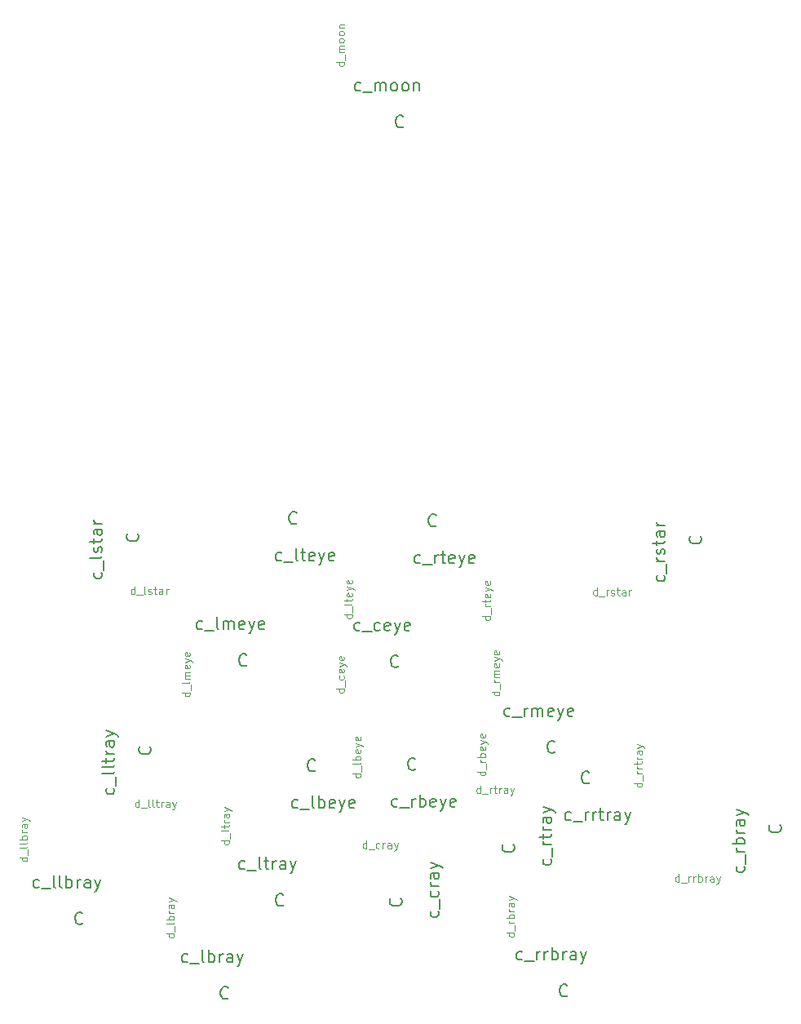
<source format=gto>
G04 ( created by brdgerber.py ( brdgerber.py v0.1 2014-03-12 ) ) date 2021-05-04 13:10:19 EDT*
G04 Gerber Fmt 3.4, Leading zero omitted, Abs format*
%MOIN*%
%FSLAX34Y34*%
G01*
G70*
G90*
G04 APERTURE LIST*
%ADD17R,0.0354X0.0590*%
%ADD12C,0.0120*%
%ADD21C,0.0060*%
%ADD23C,0.0100*%
%ADD15C,0.0000*%
%ADD20R,0.0629X0.0709*%
%ADD16C,0.0050*%
%ADD18C,0.0200*%
%ADD10R,0.0550X0.0550*%
%ADD19C,0.0059*%
%ADD22R,0.0709X0.0629*%
%ADD14C,0.0032*%
%ADD11C,0.0550*%
%ADD13R,0.0590X0.0354*%
G04 APERTURE END LIST*
G54D17*
D14*
G01X-33905Y00618D02*
G01X-34225Y00618D01*
D14*
G01X-33921Y00618D02*
G01X-33905Y00588D01*
G01X-33905Y00527D01*
G01X-33921Y00496D01*
G01X-33936Y00481D01*
G01X-33966Y00466D01*
G01X-34058Y00466D01*
G01X-34088Y00481D01*
G01X-34104Y00496D01*
G01X-34119Y00527D01*
G01X-34119Y00588D01*
G01X-34104Y00618D01*
D14*
G01X-33875Y00695D02*
G01X-33875Y00938D01*
D14*
G01X-33905Y01060D02*
G01X-33921Y01030D01*
G01X-33951Y01015D01*
G01X-34225Y01015D01*
D14*
G01X-33905Y01182D02*
G01X-34119Y01182D01*
D14*
G01X-34088Y01182D02*
G01X-34104Y01197D01*
G01X-34119Y01228D01*
G01X-34119Y01274D01*
G01X-34104Y01304D01*
G01X-34073Y01319D01*
G01X-33905Y01319D01*
D14*
G01X-34073Y01319D02*
G01X-34104Y01335D01*
G01X-34119Y01365D01*
G01X-34119Y01411D01*
G01X-34104Y01441D01*
G01X-34073Y01456D01*
G01X-33905Y01456D01*
D14*
G01X-33921Y01731D02*
G01X-33905Y01700D01*
G01X-33905Y01639D01*
G01X-33921Y01609D01*
G01X-33951Y01594D01*
G01X-34073Y01594D01*
G01X-34104Y01609D01*
G01X-34119Y01639D01*
G01X-34119Y01700D01*
G01X-34104Y01731D01*
G01X-34073Y01746D01*
G01X-34043Y01746D01*
G01X-34012Y01594D01*
D14*
G01X-34119Y01853D02*
G01X-33905Y01929D01*
D14*
G01X-34119Y02005D02*
G01X-33905Y01929D01*
G01X-33829Y01898D01*
G01X-33814Y01883D01*
G01X-33799Y01853D01*
D14*
G01X-33921Y02249D02*
G01X-33905Y02218D01*
G01X-33905Y02157D01*
G01X-33921Y02127D01*
G01X-33951Y02112D01*
G01X-34073Y02112D01*
G01X-34104Y02127D01*
G01X-34119Y02157D01*
G01X-34119Y02218D01*
G01X-34104Y02249D01*
G01X-34073Y02264D01*
G01X-34043Y02264D01*
G01X-34012Y02112D01*
D14*
G01X-27605Y26364D02*
G01X-27925Y26364D01*
D14*
G01X-27621Y26364D02*
G01X-27605Y26334D01*
G01X-27605Y26273D01*
G01X-27621Y26242D01*
G01X-27636Y26227D01*
G01X-27666Y26212D01*
G01X-27758Y26212D01*
G01X-27788Y26227D01*
G01X-27804Y26242D01*
G01X-27819Y26273D01*
G01X-27819Y26334D01*
G01X-27804Y26364D01*
D14*
G01X-27575Y26440D02*
G01X-27575Y26684D01*
D14*
G01X-27605Y26760D02*
G01X-27819Y26760D01*
D14*
G01X-27788Y26760D02*
G01X-27804Y26775D01*
G01X-27819Y26806D01*
G01X-27819Y26852D01*
G01X-27804Y26882D01*
G01X-27773Y26897D01*
G01X-27605Y26897D01*
D14*
G01X-27773Y26897D02*
G01X-27804Y26913D01*
G01X-27819Y26943D01*
G01X-27819Y26989D01*
G01X-27804Y27019D01*
G01X-27773Y27035D01*
G01X-27605Y27035D01*
D14*
G01X-27605Y27233D02*
G01X-27621Y27202D01*
G01X-27636Y27187D01*
G01X-27666Y27172D01*
G01X-27758Y27172D01*
G01X-27788Y27187D01*
G01X-27804Y27202D01*
G01X-27819Y27233D01*
G01X-27819Y27278D01*
G01X-27804Y27309D01*
G01X-27788Y27324D01*
G01X-27758Y27339D01*
G01X-27666Y27339D01*
G01X-27636Y27324D01*
G01X-27621Y27309D01*
G01X-27605Y27278D01*
G01X-27605Y27233D01*
D14*
G01X-27605Y27522D02*
G01X-27621Y27492D01*
G01X-27636Y27476D01*
G01X-27666Y27461D01*
G01X-27758Y27461D01*
G01X-27788Y27476D01*
G01X-27804Y27492D01*
G01X-27819Y27522D01*
G01X-27819Y27568D01*
G01X-27804Y27598D01*
G01X-27788Y27614D01*
G01X-27758Y27629D01*
G01X-27666Y27629D01*
G01X-27636Y27614D01*
G01X-27621Y27598D01*
G01X-27605Y27568D01*
G01X-27605Y27522D01*
D14*
G01X-27819Y27766D02*
G01X-27605Y27766D01*
D14*
G01X-27788Y27766D02*
G01X-27804Y27781D01*
G01X-27819Y27812D01*
G01X-27819Y27857D01*
G01X-27804Y27888D01*
G01X-27773Y27903D01*
G01X-27605Y27903D01*
D14*
G01X-17282Y04585D02*
G01X-17282Y04905D01*
D14*
G01X-17282Y04601D02*
G01X-17313Y04585D01*
G01X-17374Y04585D01*
G01X-17404Y04601D01*
G01X-17419Y04616D01*
G01X-17435Y04646D01*
G01X-17435Y04738D01*
G01X-17419Y04768D01*
G01X-17404Y04784D01*
G01X-17374Y04799D01*
G01X-17313Y04799D01*
G01X-17282Y04784D01*
D14*
G01X-17206Y04555D02*
G01X-16962Y04555D01*
D14*
G01X-16886Y04585D02*
G01X-16886Y04799D01*
D14*
G01X-16886Y04738D02*
G01X-16871Y04768D01*
G01X-16855Y04784D01*
G01X-16825Y04799D01*
G01X-16795Y04799D01*
D14*
G01X-16703Y04601D02*
G01X-16673Y04585D01*
G01X-16612Y04585D01*
G01X-16581Y04601D01*
G01X-16566Y04631D01*
G01X-16566Y04646D01*
G01X-16581Y04677D01*
G01X-16612Y04692D01*
G01X-16657Y04692D01*
G01X-16688Y04707D01*
G01X-16703Y04738D01*
G01X-16703Y04753D01*
G01X-16688Y04784D01*
G01X-16657Y04799D01*
G01X-16612Y04799D01*
G01X-16581Y04784D01*
D14*
G01X-16475Y04799D02*
G01X-16353Y04799D01*
D14*
G01X-16429Y04905D02*
G01X-16429Y04631D01*
G01X-16414Y04601D01*
G01X-16383Y04585D01*
G01X-16353Y04585D01*
D14*
G01X-16109Y04585D02*
G01X-16109Y04753D01*
G01X-16124Y04784D01*
G01X-16155Y04799D01*
G01X-16215Y04799D01*
G01X-16246Y04784D01*
D14*
G01X-16109Y04601D02*
G01X-16139Y04585D01*
G01X-16215Y04585D01*
G01X-16246Y04601D01*
G01X-16261Y04631D01*
G01X-16261Y04662D01*
G01X-16246Y04692D01*
G01X-16215Y04707D01*
G01X-16139Y04707D01*
G01X-16109Y04723D01*
D14*
G01X-15956Y04585D02*
G01X-15956Y04799D01*
D14*
G01X-15956Y04738D02*
G01X-15941Y04768D01*
G01X-15926Y04784D01*
G01X-15895Y04799D01*
G01X-15865Y04799D01*
D14*
G01X-15435Y-03074D02*
G01X-15755Y-03074D01*
D14*
G01X-15451Y-03074D02*
G01X-15435Y-03104D01*
G01X-15435Y-03165D01*
G01X-15451Y-03195D01*
G01X-15466Y-03211D01*
G01X-15496Y-03226D01*
G01X-15588Y-03226D01*
G01X-15618Y-03211D01*
G01X-15634Y-03195D01*
G01X-15649Y-03165D01*
G01X-15649Y-03104D01*
G01X-15634Y-03074D01*
D14*
G01X-15405Y-02997D02*
G01X-15405Y-02754D01*
D14*
G01X-15435Y-02677D02*
G01X-15649Y-02677D01*
D14*
G01X-15588Y-02677D02*
G01X-15618Y-02662D01*
G01X-15634Y-02647D01*
G01X-15649Y-02616D01*
G01X-15649Y-02586D01*
D14*
G01X-15435Y-02479D02*
G01X-15649Y-02479D01*
D14*
G01X-15588Y-02479D02*
G01X-15618Y-02464D01*
G01X-15634Y-02449D01*
G01X-15649Y-02418D01*
G01X-15649Y-02388D01*
D14*
G01X-15649Y-02327D02*
G01X-15649Y-02205D01*
D14*
G01X-15755Y-02281D02*
G01X-15481Y-02281D01*
G01X-15451Y-02266D01*
G01X-15435Y-02235D01*
G01X-15435Y-02205D01*
D14*
G01X-15435Y-02098D02*
G01X-15649Y-02098D01*
D14*
G01X-15588Y-02098D02*
G01X-15618Y-02083D01*
G01X-15634Y-02068D01*
G01X-15649Y-02037D01*
G01X-15649Y-02007D01*
D14*
G01X-15435Y-01763D02*
G01X-15603Y-01763D01*
G01X-15634Y-01778D01*
G01X-15649Y-01809D01*
G01X-15649Y-01870D01*
G01X-15634Y-01900D01*
D14*
G01X-15451Y-01763D02*
G01X-15435Y-01794D01*
G01X-15435Y-01870D01*
G01X-15451Y-01900D01*
G01X-15481Y-01915D01*
G01X-15512Y-01915D01*
G01X-15542Y-01900D01*
G01X-15557Y-01870D01*
G01X-15557Y-01794D01*
G01X-15573Y-01763D01*
D14*
G01X-15649Y-01641D02*
G01X-15435Y-01565D01*
D14*
G01X-15649Y-01489D02*
G01X-15435Y-01565D01*
G01X-15359Y-01595D01*
G01X-15344Y-01611D01*
G01X-15329Y-01641D01*
D14*
G01X-21255Y00653D02*
G01X-21575Y00653D01*
D14*
G01X-21271Y00653D02*
G01X-21255Y00623D01*
G01X-21255Y00562D01*
G01X-21271Y00531D01*
G01X-21286Y00516D01*
G01X-21316Y00501D01*
G01X-21408Y00501D01*
G01X-21438Y00516D01*
G01X-21454Y00531D01*
G01X-21469Y00562D01*
G01X-21469Y00623D01*
G01X-21454Y00653D01*
D14*
G01X-21225Y00729D02*
G01X-21225Y00973D01*
D14*
G01X-21255Y01049D02*
G01X-21469Y01049D01*
D14*
G01X-21408Y01049D02*
G01X-21438Y01065D01*
G01X-21454Y01080D01*
G01X-21469Y01110D01*
G01X-21469Y01141D01*
D14*
G01X-21255Y01247D02*
G01X-21469Y01247D01*
D14*
G01X-21438Y01247D02*
G01X-21454Y01263D01*
G01X-21469Y01293D01*
G01X-21469Y01339D01*
G01X-21454Y01369D01*
G01X-21423Y01385D01*
G01X-21255Y01385D01*
D14*
G01X-21423Y01385D02*
G01X-21454Y01400D01*
G01X-21469Y01430D01*
G01X-21469Y01476D01*
G01X-21454Y01506D01*
G01X-21423Y01522D01*
G01X-21255Y01522D01*
D14*
G01X-21271Y01796D02*
G01X-21255Y01765D01*
G01X-21255Y01705D01*
G01X-21271Y01674D01*
G01X-21301Y01659D01*
G01X-21423Y01659D01*
G01X-21454Y01674D01*
G01X-21469Y01705D01*
G01X-21469Y01765D01*
G01X-21454Y01796D01*
G01X-21423Y01811D01*
G01X-21393Y01811D01*
G01X-21362Y01659D01*
D14*
G01X-21469Y01918D02*
G01X-21255Y01994D01*
D14*
G01X-21469Y02070D02*
G01X-21255Y01994D01*
G01X-21179Y01964D01*
G01X-21164Y01948D01*
G01X-21149Y01918D01*
D14*
G01X-21271Y02314D02*
G01X-21255Y02284D01*
G01X-21255Y02223D01*
G01X-21271Y02192D01*
G01X-21301Y02177D01*
G01X-21423Y02177D01*
G01X-21454Y02192D01*
G01X-21469Y02223D01*
G01X-21469Y02284D01*
G01X-21454Y02314D01*
G01X-21423Y02329D01*
G01X-21393Y02329D01*
G01X-21362Y02177D01*
D14*
G01X-40555Y-06116D02*
G01X-40875Y-06116D01*
D14*
G01X-40571Y-06116D02*
G01X-40555Y-06147D01*
G01X-40555Y-06208D01*
G01X-40571Y-06238D01*
G01X-40586Y-06254D01*
G01X-40616Y-06269D01*
G01X-40708Y-06269D01*
G01X-40738Y-06254D01*
G01X-40754Y-06238D01*
G01X-40769Y-06208D01*
G01X-40769Y-06147D01*
G01X-40754Y-06116D01*
D14*
G01X-40525Y-06040D02*
G01X-40525Y-05796D01*
D14*
G01X-40555Y-05675D02*
G01X-40571Y-05705D01*
G01X-40601Y-05720D01*
G01X-40875Y-05720D01*
D14*
G01X-40555Y-05507D02*
G01X-40571Y-05537D01*
G01X-40601Y-05553D01*
G01X-40875Y-05553D01*
D14*
G01X-40555Y-05385D02*
G01X-40875Y-05385D01*
D14*
G01X-40754Y-05385D02*
G01X-40769Y-05355D01*
G01X-40769Y-05294D01*
G01X-40754Y-05263D01*
G01X-40738Y-05248D01*
G01X-40708Y-05233D01*
G01X-40616Y-05233D01*
G01X-40586Y-05248D01*
G01X-40571Y-05263D01*
G01X-40555Y-05294D01*
G01X-40555Y-05355D01*
G01X-40571Y-05385D01*
D14*
G01X-40555Y-05095D02*
G01X-40769Y-05095D01*
D14*
G01X-40708Y-05095D02*
G01X-40738Y-05080D01*
G01X-40754Y-05065D01*
G01X-40769Y-05035D01*
G01X-40769Y-05004D01*
D14*
G01X-40555Y-04760D02*
G01X-40723Y-04760D01*
G01X-40754Y-04775D01*
G01X-40769Y-04806D01*
G01X-40769Y-04867D01*
G01X-40754Y-04897D01*
D14*
G01X-40571Y-04760D02*
G01X-40555Y-04791D01*
G01X-40555Y-04867D01*
G01X-40571Y-04897D01*
G01X-40601Y-04913D01*
G01X-40632Y-04913D01*
G01X-40662Y-04897D01*
G01X-40677Y-04867D01*
G01X-40677Y-04791D01*
G01X-40693Y-04760D01*
D14*
G01X-40769Y-04638D02*
G01X-40555Y-04562D01*
D14*
G01X-40769Y-04486D02*
G01X-40555Y-04562D01*
G01X-40479Y-04593D01*
G01X-40464Y-04608D01*
G01X-40449Y-04638D01*
D14*
G01X-27605Y00778D02*
G01X-27925Y00778D01*
D14*
G01X-27621Y00778D02*
G01X-27605Y00748D01*
G01X-27605Y00687D01*
G01X-27621Y00656D01*
G01X-27636Y00641D01*
G01X-27666Y00626D01*
G01X-27758Y00626D01*
G01X-27788Y00641D01*
G01X-27804Y00656D01*
G01X-27819Y00687D01*
G01X-27819Y00748D01*
G01X-27804Y00778D01*
D14*
G01X-27575Y00855D02*
G01X-27575Y01098D01*
D14*
G01X-27621Y01312D02*
G01X-27605Y01281D01*
G01X-27605Y01220D01*
G01X-27621Y01190D01*
G01X-27636Y01175D01*
G01X-27666Y01159D01*
G01X-27758Y01159D01*
G01X-27788Y01175D01*
G01X-27804Y01190D01*
G01X-27819Y01220D01*
G01X-27819Y01281D01*
G01X-27804Y01312D01*
D14*
G01X-27621Y01571D02*
G01X-27605Y01540D01*
G01X-27605Y01479D01*
G01X-27621Y01449D01*
G01X-27651Y01434D01*
G01X-27773Y01434D01*
G01X-27804Y01449D01*
G01X-27819Y01479D01*
G01X-27819Y01540D01*
G01X-27804Y01571D01*
G01X-27773Y01586D01*
G01X-27743Y01586D01*
G01X-27712Y01434D01*
D14*
G01X-27819Y01693D02*
G01X-27605Y01769D01*
D14*
G01X-27819Y01845D02*
G01X-27605Y01769D01*
G01X-27529Y01738D01*
G01X-27514Y01723D01*
G01X-27499Y01693D01*
D14*
G01X-27621Y02089D02*
G01X-27605Y02058D01*
G01X-27605Y01997D01*
G01X-27621Y01967D01*
G01X-27651Y01952D01*
G01X-27773Y01952D01*
G01X-27804Y01967D01*
G01X-27819Y01997D01*
G01X-27819Y02058D01*
G01X-27804Y02089D01*
G01X-27773Y02104D01*
G01X-27743Y02104D01*
G01X-27712Y01952D01*
D14*
G01X-21835Y-02608D02*
G01X-22155Y-02608D01*
D14*
G01X-21851Y-02608D02*
G01X-21835Y-02639D01*
G01X-21835Y-02700D01*
G01X-21851Y-02730D01*
G01X-21866Y-02745D01*
G01X-21896Y-02761D01*
G01X-21988Y-02761D01*
G01X-22018Y-02745D01*
G01X-22034Y-02730D01*
G01X-22049Y-02700D01*
G01X-22049Y-02639D01*
G01X-22034Y-02608D01*
D14*
G01X-21805Y-02532D02*
G01X-21805Y-02288D01*
D14*
G01X-21835Y-02212D02*
G01X-22049Y-02212D01*
D14*
G01X-21988Y-02212D02*
G01X-22018Y-02197D01*
G01X-22034Y-02182D01*
G01X-22049Y-02151D01*
G01X-22049Y-02121D01*
D14*
G01X-21835Y-02014D02*
G01X-22155Y-02014D01*
D14*
G01X-22034Y-02014D02*
G01X-22049Y-01984D01*
G01X-22049Y-01923D01*
G01X-22034Y-01892D01*
G01X-22018Y-01877D01*
G01X-21988Y-01862D01*
G01X-21896Y-01862D01*
G01X-21866Y-01877D01*
G01X-21851Y-01892D01*
G01X-21835Y-01923D01*
G01X-21835Y-01984D01*
G01X-21851Y-02014D01*
D14*
G01X-21851Y-01603D02*
G01X-21835Y-01633D01*
G01X-21835Y-01694D01*
G01X-21851Y-01725D01*
G01X-21881Y-01740D01*
G01X-22003Y-01740D01*
G01X-22034Y-01725D01*
G01X-22049Y-01694D01*
G01X-22049Y-01633D01*
G01X-22034Y-01603D01*
G01X-22003Y-01587D01*
G01X-21973Y-01587D01*
G01X-21942Y-01740D01*
D14*
G01X-22049Y-01481D02*
G01X-21835Y-01405D01*
D14*
G01X-22049Y-01328D02*
G01X-21835Y-01405D01*
G01X-21759Y-01435D01*
G01X-21744Y-01450D01*
G01X-21729Y-01481D01*
D14*
G01X-21851Y-01085D02*
G01X-21835Y-01115D01*
G01X-21835Y-01176D01*
G01X-21851Y-01206D01*
G01X-21881Y-01222D01*
G01X-22003Y-01222D01*
G01X-22034Y-01206D01*
G01X-22049Y-01176D01*
G01X-22049Y-01115D01*
G01X-22034Y-01085D01*
G01X-22003Y-01069D01*
G01X-21973Y-01069D01*
G01X-21942Y-01222D01*
D14*
G01X-26691Y-05745D02*
G01X-26691Y-05425D01*
D14*
G01X-26691Y-05729D02*
G01X-26722Y-05745D01*
G01X-26783Y-05745D01*
G01X-26813Y-05729D01*
G01X-26828Y-05714D01*
G01X-26844Y-05684D01*
G01X-26844Y-05592D01*
G01X-26828Y-05562D01*
G01X-26813Y-05546D01*
G01X-26783Y-05531D01*
G01X-26722Y-05531D01*
G01X-26691Y-05546D01*
D14*
G01X-26615Y-05775D02*
G01X-26371Y-05775D01*
D14*
G01X-26158Y-05729D02*
G01X-26188Y-05745D01*
G01X-26249Y-05745D01*
G01X-26280Y-05729D01*
G01X-26295Y-05714D01*
G01X-26310Y-05684D01*
G01X-26310Y-05592D01*
G01X-26295Y-05562D01*
G01X-26280Y-05546D01*
G01X-26249Y-05531D01*
G01X-26188Y-05531D01*
G01X-26158Y-05546D01*
D14*
G01X-26021Y-05745D02*
G01X-26021Y-05531D01*
D14*
G01X-26021Y-05592D02*
G01X-26005Y-05562D01*
G01X-25990Y-05546D01*
G01X-25960Y-05531D01*
G01X-25929Y-05531D01*
D14*
G01X-25685Y-05745D02*
G01X-25685Y-05577D01*
G01X-25701Y-05546D01*
G01X-25731Y-05531D01*
G01X-25792Y-05531D01*
G01X-25823Y-05546D01*
D14*
G01X-25685Y-05729D02*
G01X-25716Y-05745D01*
G01X-25792Y-05745D01*
G01X-25823Y-05729D01*
G01X-25838Y-05699D01*
G01X-25838Y-05668D01*
G01X-25823Y-05638D01*
G01X-25792Y-05623D01*
G01X-25716Y-05623D01*
G01X-25685Y-05607D01*
D14*
G01X-25564Y-05531D02*
G01X-25487Y-05745D01*
D14*
G01X-25411Y-05531D02*
G01X-25487Y-05745D01*
G01X-25518Y-05821D01*
G01X-25533Y-05836D01*
G01X-25564Y-05851D01*
D14*
G01X-22045Y-03495D02*
G01X-22045Y-03175D01*
D14*
G01X-22045Y-03479D02*
G01X-22075Y-03495D01*
G01X-22136Y-03495D01*
G01X-22166Y-03479D01*
G01X-22182Y-03464D01*
G01X-22197Y-03434D01*
G01X-22197Y-03342D01*
G01X-22182Y-03312D01*
G01X-22166Y-03296D01*
G01X-22136Y-03281D01*
G01X-22075Y-03281D01*
G01X-22045Y-03296D01*
D14*
G01X-21968Y-03525D02*
G01X-21725Y-03525D01*
D14*
G01X-21648Y-03495D02*
G01X-21648Y-03281D01*
D14*
G01X-21648Y-03342D02*
G01X-21633Y-03312D01*
G01X-21618Y-03296D01*
G01X-21587Y-03281D01*
G01X-21557Y-03281D01*
D14*
G01X-21496Y-03281D02*
G01X-21374Y-03281D01*
D14*
G01X-21450Y-03175D02*
G01X-21450Y-03449D01*
G01X-21435Y-03479D01*
G01X-21405Y-03495D01*
G01X-21374Y-03495D01*
D14*
G01X-21267Y-03495D02*
G01X-21267Y-03281D01*
D14*
G01X-21267Y-03342D02*
G01X-21252Y-03312D01*
G01X-21237Y-03296D01*
G01X-21206Y-03281D01*
G01X-21176Y-03281D01*
D14*
G01X-20932Y-03495D02*
G01X-20932Y-03327D01*
G01X-20947Y-03296D01*
G01X-20978Y-03281D01*
G01X-21039Y-03281D01*
G01X-21069Y-03296D01*
D14*
G01X-20932Y-03479D02*
G01X-20963Y-03495D01*
G01X-21039Y-03495D01*
G01X-21069Y-03479D01*
G01X-21085Y-03449D01*
G01X-21085Y-03418D01*
G01X-21069Y-03388D01*
G01X-21039Y-03373D01*
G01X-20963Y-03373D01*
G01X-20932Y-03357D01*
D14*
G01X-20810Y-03281D02*
G01X-20734Y-03495D01*
D14*
G01X-20658Y-03281D02*
G01X-20734Y-03495D01*
G01X-20765Y-03571D01*
G01X-20780Y-03586D01*
G01X-20810Y-03601D01*
D14*
G01X-32305Y-05429D02*
G01X-32625Y-05429D01*
D14*
G01X-32321Y-05429D02*
G01X-32305Y-05460D01*
G01X-32305Y-05521D01*
G01X-32321Y-05551D01*
G01X-32336Y-05566D01*
G01X-32366Y-05582D01*
G01X-32458Y-05582D01*
G01X-32488Y-05566D01*
G01X-32504Y-05551D01*
G01X-32519Y-05521D01*
G01X-32519Y-05460D01*
G01X-32504Y-05429D01*
D14*
G01X-32275Y-05353D02*
G01X-32275Y-05109D01*
D14*
G01X-32305Y-04987D02*
G01X-32321Y-05018D01*
G01X-32351Y-05033D01*
G01X-32625Y-05033D01*
D14*
G01X-32519Y-04911D02*
G01X-32519Y-04789D01*
D14*
G01X-32625Y-04865D02*
G01X-32351Y-04865D01*
G01X-32321Y-04850D01*
G01X-32305Y-04820D01*
G01X-32305Y-04789D01*
D14*
G01X-32305Y-04683D02*
G01X-32519Y-04683D01*
D14*
G01X-32458Y-04683D02*
G01X-32488Y-04667D01*
G01X-32504Y-04652D01*
G01X-32519Y-04622D01*
G01X-32519Y-04591D01*
D14*
G01X-32305Y-04347D02*
G01X-32473Y-04347D01*
G01X-32504Y-04363D01*
G01X-32519Y-04393D01*
G01X-32519Y-04454D01*
G01X-32504Y-04485D01*
D14*
G01X-32321Y-04347D02*
G01X-32305Y-04378D01*
G01X-32305Y-04454D01*
G01X-32321Y-04485D01*
G01X-32351Y-04500D01*
G01X-32382Y-04500D01*
G01X-32412Y-04485D01*
G01X-32427Y-04454D01*
G01X-32427Y-04378D01*
G01X-32443Y-04347D01*
D14*
G01X-32519Y-04225D02*
G01X-32305Y-04149D01*
D14*
G01X-32519Y-04073D02*
G01X-32305Y-04149D01*
G01X-32229Y-04180D01*
G01X-32214Y-04195D01*
G01X-32199Y-04225D01*
D14*
G01X-35993Y-04065D02*
G01X-35993Y-03745D01*
D14*
G01X-35993Y-04049D02*
G01X-36024Y-04065D01*
G01X-36085Y-04065D01*
G01X-36115Y-04049D01*
G01X-36130Y-04034D01*
G01X-36145Y-04004D01*
G01X-36145Y-03912D01*
G01X-36130Y-03882D01*
G01X-36115Y-03866D01*
G01X-36085Y-03851D01*
G01X-36024Y-03851D01*
G01X-35993Y-03866D01*
D14*
G01X-35917Y-04095D02*
G01X-35673Y-04095D01*
D14*
G01X-35551Y-04065D02*
G01X-35582Y-04049D01*
G01X-35597Y-04019D01*
G01X-35597Y-03745D01*
D14*
G01X-35384Y-04065D02*
G01X-35414Y-04049D01*
G01X-35429Y-04019D01*
G01X-35429Y-03745D01*
D14*
G01X-35307Y-03851D02*
G01X-35185Y-03851D01*
D14*
G01X-35262Y-03745D02*
G01X-35262Y-04019D01*
G01X-35246Y-04049D01*
G01X-35216Y-04065D01*
G01X-35185Y-04065D01*
D14*
G01X-35079Y-04065D02*
G01X-35079Y-03851D01*
D14*
G01X-35079Y-03912D02*
G01X-35064Y-03882D01*
G01X-35048Y-03866D01*
G01X-35018Y-03851D01*
G01X-34987Y-03851D01*
D14*
G01X-34744Y-04065D02*
G01X-34744Y-03897D01*
G01X-34759Y-03866D01*
G01X-34789Y-03851D01*
G01X-34850Y-03851D01*
G01X-34881Y-03866D01*
D14*
G01X-34744Y-04049D02*
G01X-34774Y-04065D01*
G01X-34850Y-04065D01*
G01X-34881Y-04049D01*
G01X-34896Y-04019D01*
G01X-34896Y-03988D01*
G01X-34881Y-03958D01*
G01X-34850Y-03943D01*
G01X-34774Y-03943D01*
G01X-34744Y-03927D01*
D14*
G01X-34622Y-03851D02*
G01X-34545Y-04065D01*
D14*
G01X-34469Y-03851D02*
G01X-34545Y-04065D01*
G01X-34576Y-04141D01*
G01X-34591Y-04156D01*
G01X-34622Y-04171D01*
D14*
G01X-36167Y04635D02*
G01X-36167Y04955D01*
D14*
G01X-36167Y04651D02*
G01X-36197Y04635D01*
G01X-36258Y04635D01*
G01X-36289Y04651D01*
G01X-36304Y04666D01*
G01X-36319Y04696D01*
G01X-36319Y04788D01*
G01X-36304Y04818D01*
G01X-36289Y04834D01*
G01X-36258Y04849D01*
G01X-36197Y04849D01*
G01X-36167Y04834D01*
D14*
G01X-36091Y04605D02*
G01X-35847Y04605D01*
D14*
G01X-35725Y04635D02*
G01X-35755Y04651D01*
G01X-35771Y04681D01*
G01X-35771Y04955D01*
D14*
G01X-35618Y04651D02*
G01X-35588Y04635D01*
G01X-35527Y04635D01*
G01X-35496Y04651D01*
G01X-35481Y04681D01*
G01X-35481Y04696D01*
G01X-35496Y04727D01*
G01X-35527Y04742D01*
G01X-35573Y04742D01*
G01X-35603Y04757D01*
G01X-35618Y04788D01*
G01X-35618Y04803D01*
G01X-35603Y04834D01*
G01X-35573Y04849D01*
G01X-35527Y04849D01*
G01X-35496Y04834D01*
D14*
G01X-35390Y04849D02*
G01X-35268Y04849D01*
D14*
G01X-35344Y04955D02*
G01X-35344Y04681D01*
G01X-35329Y04651D01*
G01X-35298Y04635D01*
G01X-35268Y04635D01*
D14*
G01X-35024Y04635D02*
G01X-35024Y04803D01*
G01X-35039Y04834D01*
G01X-35070Y04849D01*
G01X-35131Y04849D01*
G01X-35161Y04834D01*
D14*
G01X-35024Y04651D02*
G01X-35055Y04635D01*
G01X-35131Y04635D01*
G01X-35161Y04651D01*
G01X-35176Y04681D01*
G01X-35176Y04712D01*
G01X-35161Y04742D01*
G01X-35131Y04757D01*
G01X-35055Y04757D01*
G01X-35024Y04773D01*
D14*
G01X-34872Y04635D02*
G01X-34872Y04849D01*
D14*
G01X-34872Y04788D02*
G01X-34856Y04818D01*
G01X-34841Y04834D01*
G01X-34811Y04849D01*
G01X-34780Y04849D01*
D14*
G01X-13927Y-07115D02*
G01X-13927Y-06795D01*
D14*
G01X-13927Y-07099D02*
G01X-13957Y-07115D01*
G01X-14018Y-07115D01*
G01X-14049Y-07099D01*
G01X-14064Y-07084D01*
G01X-14079Y-07054D01*
G01X-14079Y-06962D01*
G01X-14064Y-06932D01*
G01X-14049Y-06916D01*
G01X-14018Y-06901D01*
G01X-13957Y-06901D01*
G01X-13927Y-06916D01*
D14*
G01X-13851Y-07145D02*
G01X-13607Y-07145D01*
D14*
G01X-13531Y-07115D02*
G01X-13531Y-06901D01*
D14*
G01X-13531Y-06962D02*
G01X-13515Y-06932D01*
G01X-13500Y-06916D01*
G01X-13470Y-06901D01*
G01X-13439Y-06901D01*
D14*
G01X-13333Y-07115D02*
G01X-13333Y-06901D01*
D14*
G01X-13333Y-06962D02*
G01X-13317Y-06932D01*
G01X-13302Y-06916D01*
G01X-13272Y-06901D01*
G01X-13241Y-06901D01*
D14*
G01X-13135Y-07115D02*
G01X-13135Y-06795D01*
D14*
G01X-13135Y-06916D02*
G01X-13104Y-06901D01*
G01X-13043Y-06901D01*
G01X-13013Y-06916D01*
G01X-12997Y-06932D01*
G01X-12982Y-06962D01*
G01X-12982Y-07054D01*
G01X-12997Y-07084D01*
G01X-13013Y-07099D01*
G01X-13043Y-07115D01*
G01X-13104Y-07115D01*
G01X-13135Y-07099D01*
D14*
G01X-12845Y-07115D02*
G01X-12845Y-06901D01*
D14*
G01X-12845Y-06962D02*
G01X-12830Y-06932D01*
G01X-12815Y-06916D01*
G01X-12784Y-06901D01*
G01X-12754Y-06901D01*
D14*
G01X-12510Y-07115D02*
G01X-12510Y-06947D01*
G01X-12525Y-06916D01*
G01X-12555Y-06901D01*
G01X-12616Y-06901D01*
G01X-12647Y-06916D01*
D14*
G01X-12510Y-07099D02*
G01X-12540Y-07115D01*
G01X-12616Y-07115D01*
G01X-12647Y-07099D01*
G01X-12662Y-07069D01*
G01X-12662Y-07038D01*
G01X-12647Y-07008D01*
G01X-12616Y-06993D01*
G01X-12540Y-06993D01*
G01X-12510Y-06977D01*
D14*
G01X-12388Y-06901D02*
G01X-12312Y-07115D01*
D14*
G01X-12235Y-06901D02*
G01X-12312Y-07115D01*
G01X-12342Y-07191D01*
G01X-12357Y-07206D01*
G01X-12388Y-07221D01*
D14*
G01X-20655Y-09198D02*
G01X-20975Y-09198D01*
D14*
G01X-20671Y-09198D02*
G01X-20655Y-09228D01*
G01X-20655Y-09289D01*
G01X-20671Y-09320D01*
G01X-20686Y-09335D01*
G01X-20716Y-09350D01*
G01X-20808Y-09350D01*
G01X-20838Y-09335D01*
G01X-20854Y-09320D01*
G01X-20869Y-09289D01*
G01X-20869Y-09228D01*
G01X-20854Y-09198D01*
D14*
G01X-20625Y-09122D02*
G01X-20625Y-08878D01*
D14*
G01X-20655Y-08802D02*
G01X-20869Y-08802D01*
D14*
G01X-20808Y-08802D02*
G01X-20838Y-08786D01*
G01X-20854Y-08771D01*
G01X-20869Y-08741D01*
G01X-20869Y-08710D01*
D14*
G01X-20655Y-08604D02*
G01X-20975Y-08604D01*
D14*
G01X-20854Y-08604D02*
G01X-20869Y-08573D01*
G01X-20869Y-08512D01*
G01X-20854Y-08482D01*
G01X-20838Y-08466D01*
G01X-20808Y-08451D01*
G01X-20716Y-08451D01*
G01X-20686Y-08466D01*
G01X-20671Y-08482D01*
G01X-20655Y-08512D01*
G01X-20655Y-08573D01*
G01X-20671Y-08604D01*
D14*
G01X-20655Y-08314D02*
G01X-20869Y-08314D01*
D14*
G01X-20808Y-08314D02*
G01X-20838Y-08299D01*
G01X-20854Y-08284D01*
G01X-20869Y-08253D01*
G01X-20869Y-08223D01*
D14*
G01X-20655Y-07979D02*
G01X-20823Y-07979D01*
G01X-20854Y-07994D01*
G01X-20869Y-08025D01*
G01X-20869Y-08085D01*
G01X-20854Y-08116D01*
D14*
G01X-20671Y-07979D02*
G01X-20655Y-08009D01*
G01X-20655Y-08085D01*
G01X-20671Y-08116D01*
G01X-20701Y-08131D01*
G01X-20732Y-08131D01*
G01X-20762Y-08116D01*
G01X-20777Y-08085D01*
G01X-20777Y-08009D01*
G01X-20793Y-07979D01*
D14*
G01X-20869Y-07857D02*
G01X-20655Y-07781D01*
D14*
G01X-20869Y-07705D02*
G01X-20655Y-07781D01*
G01X-20579Y-07811D01*
G01X-20564Y-07826D01*
G01X-20549Y-07857D01*
D14*
G01X-34555Y-09233D02*
G01X-34875Y-09233D01*
D14*
G01X-34571Y-09233D02*
G01X-34555Y-09263D01*
G01X-34555Y-09324D01*
G01X-34571Y-09355D01*
G01X-34586Y-09370D01*
G01X-34616Y-09385D01*
G01X-34708Y-09385D01*
G01X-34738Y-09370D01*
G01X-34754Y-09355D01*
G01X-34769Y-09324D01*
G01X-34769Y-09263D01*
G01X-34754Y-09233D01*
D14*
G01X-34525Y-09156D02*
G01X-34525Y-08913D01*
D14*
G01X-34555Y-08791D02*
G01X-34571Y-08821D01*
G01X-34601Y-08836D01*
G01X-34875Y-08836D01*
D14*
G01X-34555Y-08669D02*
G01X-34875Y-08669D01*
D14*
G01X-34754Y-08669D02*
G01X-34769Y-08638D01*
G01X-34769Y-08577D01*
G01X-34754Y-08547D01*
G01X-34738Y-08532D01*
G01X-34708Y-08516D01*
G01X-34616Y-08516D01*
G01X-34586Y-08532D01*
G01X-34571Y-08547D01*
G01X-34555Y-08577D01*
G01X-34555Y-08638D01*
G01X-34571Y-08669D01*
D14*
G01X-34555Y-08379D02*
G01X-34769Y-08379D01*
D14*
G01X-34708Y-08379D02*
G01X-34738Y-08364D01*
G01X-34754Y-08349D01*
G01X-34769Y-08318D01*
G01X-34769Y-08288D01*
D14*
G01X-34555Y-08044D02*
G01X-34723Y-08044D01*
G01X-34754Y-08059D01*
G01X-34769Y-08090D01*
G01X-34769Y-08151D01*
G01X-34754Y-08181D01*
D14*
G01X-34571Y-08044D02*
G01X-34555Y-08075D01*
G01X-34555Y-08151D01*
G01X-34571Y-08181D01*
G01X-34601Y-08196D01*
G01X-34632Y-08196D01*
G01X-34662Y-08181D01*
G01X-34677Y-08151D01*
G01X-34677Y-08075D01*
G01X-34693Y-08044D01*
D14*
G01X-34769Y-07922D02*
G01X-34555Y-07846D01*
D14*
G01X-34769Y-07770D02*
G01X-34555Y-07846D01*
G01X-34479Y-07876D01*
G01X-34464Y-07892D01*
G01X-34449Y-07922D01*
D14*
G01X-21635Y03745D02*
G01X-21955Y03745D01*
D14*
G01X-21651Y03745D02*
G01X-21635Y03715D01*
G01X-21635Y03654D01*
G01X-21651Y03623D01*
G01X-21666Y03608D01*
G01X-21696Y03593D01*
G01X-21788Y03593D01*
G01X-21818Y03608D01*
G01X-21834Y03623D01*
G01X-21849Y03654D01*
G01X-21849Y03715D01*
G01X-21834Y03745D01*
D14*
G01X-21605Y03821D02*
G01X-21605Y04065D01*
D14*
G01X-21635Y04141D02*
G01X-21849Y04141D01*
D14*
G01X-21788Y04141D02*
G01X-21818Y04156D01*
G01X-21834Y04172D01*
G01X-21849Y04202D01*
G01X-21849Y04233D01*
D14*
G01X-21849Y04294D02*
G01X-21849Y04415D01*
D14*
G01X-21955Y04339D02*
G01X-21681Y04339D01*
G01X-21651Y04355D01*
G01X-21635Y04385D01*
G01X-21635Y04415D01*
D14*
G01X-21651Y04644D02*
G01X-21635Y04614D01*
G01X-21635Y04553D01*
G01X-21651Y04522D01*
G01X-21681Y04507D01*
G01X-21803Y04507D01*
G01X-21834Y04522D01*
G01X-21849Y04553D01*
G01X-21849Y04614D01*
G01X-21834Y04644D01*
G01X-21803Y04659D01*
G01X-21773Y04659D01*
G01X-21742Y04507D01*
D14*
G01X-21849Y04766D02*
G01X-21635Y04842D01*
D14*
G01X-21849Y04918D02*
G01X-21635Y04842D01*
G01X-21559Y04812D01*
G01X-21544Y04796D01*
G01X-21529Y04766D01*
D14*
G01X-21651Y05162D02*
G01X-21635Y05132D01*
G01X-21635Y05071D01*
G01X-21651Y05040D01*
G01X-21681Y05025D01*
G01X-21803Y05025D01*
G01X-21834Y05040D01*
G01X-21849Y05071D01*
G01X-21849Y05132D01*
G01X-21834Y05162D01*
G01X-21803Y05177D01*
G01X-21773Y05177D01*
G01X-21742Y05025D01*
D14*
G01X-26935Y-02693D02*
G01X-27255Y-02693D01*
D14*
G01X-26951Y-02693D02*
G01X-26935Y-02724D01*
G01X-26935Y-02785D01*
G01X-26951Y-02815D01*
G01X-26966Y-02830D01*
G01X-26996Y-02845D01*
G01X-27088Y-02845D01*
G01X-27118Y-02830D01*
G01X-27134Y-02815D01*
G01X-27149Y-02785D01*
G01X-27149Y-02724D01*
G01X-27134Y-02693D01*
D14*
G01X-26905Y-02617D02*
G01X-26905Y-02373D01*
D14*
G01X-26935Y-02251D02*
G01X-26951Y-02282D01*
G01X-26981Y-02297D01*
G01X-27255Y-02297D01*
D14*
G01X-26935Y-02129D02*
G01X-27255Y-02129D01*
D14*
G01X-27134Y-02129D02*
G01X-27149Y-02099D01*
G01X-27149Y-02038D01*
G01X-27134Y-02007D01*
G01X-27118Y-01992D01*
G01X-27088Y-01977D01*
G01X-26996Y-01977D01*
G01X-26966Y-01992D01*
G01X-26951Y-02007D01*
G01X-26935Y-02038D01*
G01X-26935Y-02099D01*
G01X-26951Y-02129D01*
D14*
G01X-26951Y-01718D02*
G01X-26935Y-01748D01*
G01X-26935Y-01809D01*
G01X-26951Y-01840D01*
G01X-26981Y-01855D01*
G01X-27103Y-01855D01*
G01X-27134Y-01840D01*
G01X-27149Y-01809D01*
G01X-27149Y-01748D01*
G01X-27134Y-01718D01*
G01X-27103Y-01703D01*
G01X-27073Y-01703D01*
G01X-27042Y-01855D01*
D14*
G01X-27149Y-01596D02*
G01X-26935Y-01520D01*
D14*
G01X-27149Y-01444D02*
G01X-26935Y-01520D01*
G01X-26859Y-01550D01*
G01X-26844Y-01565D01*
G01X-26829Y-01596D01*
D14*
G01X-26951Y-01200D02*
G01X-26935Y-01230D01*
G01X-26935Y-01291D01*
G01X-26951Y-01322D01*
G01X-26981Y-01337D01*
G01X-27103Y-01337D01*
G01X-27134Y-01322D01*
G01X-27149Y-01291D01*
G01X-27149Y-01230D01*
G01X-27134Y-01200D01*
G01X-27103Y-01185D01*
G01X-27073Y-01185D01*
G01X-27042Y-01337D01*
D14*
G01X-27285Y03810D02*
G01X-27605Y03810D01*
D14*
G01X-27301Y03810D02*
G01X-27285Y03780D01*
G01X-27285Y03719D01*
G01X-27301Y03688D01*
G01X-27316Y03673D01*
G01X-27346Y03658D01*
G01X-27438Y03658D01*
G01X-27468Y03673D01*
G01X-27484Y03688D01*
G01X-27499Y03719D01*
G01X-27499Y03780D01*
G01X-27484Y03810D01*
D14*
G01X-27255Y03886D02*
G01X-27255Y04130D01*
D14*
G01X-27285Y04252D02*
G01X-27301Y04222D01*
G01X-27331Y04206D01*
G01X-27605Y04206D01*
D14*
G01X-27499Y04328D02*
G01X-27499Y04450D01*
D14*
G01X-27605Y04374D02*
G01X-27331Y04374D01*
G01X-27301Y04389D01*
G01X-27285Y04420D01*
G01X-27285Y04450D01*
D14*
G01X-27301Y04679D02*
G01X-27285Y04648D01*
G01X-27285Y04587D01*
G01X-27301Y04557D01*
G01X-27331Y04542D01*
G01X-27453Y04542D01*
G01X-27484Y04557D01*
G01X-27499Y04587D01*
G01X-27499Y04648D01*
G01X-27484Y04679D01*
G01X-27453Y04694D01*
G01X-27423Y04694D01*
G01X-27392Y04542D01*
D14*
G01X-27499Y04801D02*
G01X-27285Y04877D01*
D14*
G01X-27499Y04953D02*
G01X-27285Y04877D01*
G01X-27209Y04846D01*
G01X-27194Y04831D01*
G01X-27179Y04801D01*
D14*
G01X-27301Y05197D02*
G01X-27285Y05166D01*
G01X-27285Y05105D01*
G01X-27301Y05075D01*
G01X-27331Y05060D01*
G01X-27453Y05060D01*
G01X-27484Y05075D01*
G01X-27499Y05105D01*
G01X-27499Y05166D01*
G01X-27484Y05197D01*
G01X-27453Y05212D01*
G01X-27423Y05212D01*
G01X-27392Y05060D01*
D16*
G01X-26933Y25221D02*
G01X-26981Y25198D01*
G01X-27076Y25198D01*
G01X-27124Y25221D01*
G01X-27148Y25245D01*
G01X-27171Y25293D01*
G01X-27171Y25436D01*
G01X-27148Y25483D01*
G01X-27124Y25507D01*
G01X-27076Y25531D01*
G01X-26981Y25531D01*
G01X-26933Y25507D01*
D16*
G01X-26838Y25150D02*
G01X-26457Y25150D01*
D16*
G01X-26338Y25198D02*
G01X-26338Y25531D01*
D16*
G01X-26338Y25483D02*
G01X-26314Y25507D01*
G01X-26267Y25531D01*
G01X-26195Y25531D01*
G01X-26148Y25507D01*
G01X-26124Y25460D01*
G01X-26124Y25198D01*
D16*
G01X-26124Y25460D02*
G01X-26100Y25507D01*
G01X-26052Y25531D01*
G01X-25981Y25531D01*
G01X-25933Y25507D01*
G01X-25910Y25460D01*
G01X-25910Y25198D01*
D16*
G01X-25600Y25198D02*
G01X-25648Y25221D01*
G01X-25671Y25245D01*
G01X-25695Y25293D01*
G01X-25695Y25436D01*
G01X-25671Y25483D01*
G01X-25648Y25507D01*
G01X-25600Y25531D01*
G01X-25529Y25531D01*
G01X-25481Y25507D01*
G01X-25457Y25483D01*
G01X-25433Y25436D01*
G01X-25433Y25293D01*
G01X-25457Y25245D01*
G01X-25481Y25221D01*
G01X-25529Y25198D01*
G01X-25600Y25198D01*
D16*
G01X-25148Y25198D02*
G01X-25195Y25221D01*
G01X-25219Y25245D01*
G01X-25243Y25293D01*
G01X-25243Y25436D01*
G01X-25219Y25483D01*
G01X-25195Y25507D01*
G01X-25148Y25531D01*
G01X-25076Y25531D01*
G01X-25029Y25507D01*
G01X-25005Y25483D01*
G01X-24981Y25436D01*
G01X-24981Y25293D01*
G01X-25005Y25245D01*
G01X-25029Y25221D01*
G01X-25076Y25198D01*
G01X-25148Y25198D01*
D16*
G01X-24767Y25531D02*
G01X-24767Y25198D01*
D16*
G01X-24767Y25483D02*
G01X-24743Y25507D01*
G01X-24695Y25531D01*
G01X-24624Y25531D01*
G01X-24576Y25507D01*
G01X-24552Y25460D01*
G01X-24552Y25198D01*
D16*
G01X-25195Y23745D02*
G01X-25219Y23721D01*
G01X-25290Y23698D01*
G01X-25338Y23698D01*
G01X-25410Y23721D01*
G01X-25457Y23769D01*
G01X-25481Y23817D01*
G01X-25505Y23912D01*
G01X-25505Y23983D01*
G01X-25481Y24079D01*
G01X-25457Y24126D01*
G01X-25410Y24174D01*
G01X-25338Y24198D01*
G01X-25290Y24198D01*
G01X-25219Y24174D01*
G01X-25195Y24150D01*
D16*
G01X-37521Y05521D02*
G01X-37498Y05474D01*
G01X-37498Y05379D01*
G01X-37521Y05331D01*
G01X-37545Y05307D01*
G01X-37593Y05283D01*
G01X-37736Y05283D01*
G01X-37783Y05307D01*
G01X-37807Y05331D01*
G01X-37831Y05379D01*
G01X-37831Y05474D01*
G01X-37807Y05521D01*
D16*
G01X-37450Y05617D02*
G01X-37450Y05998D01*
D16*
G01X-37498Y06188D02*
G01X-37521Y06140D01*
G01X-37569Y06117D01*
G01X-37998Y06117D01*
D16*
G01X-37521Y06355D02*
G01X-37498Y06402D01*
G01X-37498Y06498D01*
G01X-37521Y06545D01*
G01X-37569Y06569D01*
G01X-37593Y06569D01*
G01X-37640Y06545D01*
G01X-37664Y06498D01*
G01X-37664Y06426D01*
G01X-37688Y06379D01*
G01X-37736Y06355D01*
G01X-37760Y06355D01*
G01X-37807Y06379D01*
G01X-37831Y06426D01*
G01X-37831Y06498D01*
G01X-37807Y06545D01*
D16*
G01X-37831Y06712D02*
G01X-37831Y06902D01*
D16*
G01X-37998Y06783D02*
G01X-37569Y06783D01*
G01X-37521Y06807D01*
G01X-37498Y06855D01*
G01X-37498Y06902D01*
D16*
G01X-37498Y07283D02*
G01X-37760Y07283D01*
G01X-37807Y07260D01*
G01X-37831Y07212D01*
G01X-37831Y07117D01*
G01X-37807Y07069D01*
D16*
G01X-37521Y07283D02*
G01X-37498Y07236D01*
G01X-37498Y07117D01*
G01X-37521Y07069D01*
G01X-37569Y07045D01*
G01X-37617Y07045D01*
G01X-37664Y07069D01*
G01X-37688Y07117D01*
G01X-37688Y07236D01*
G01X-37712Y07283D01*
D16*
G01X-37498Y07521D02*
G01X-37831Y07521D01*
D16*
G01X-37736Y07521D02*
G01X-37783Y07545D01*
G01X-37807Y07569D01*
G01X-37831Y07617D01*
G01X-37831Y07664D01*
D16*
G01X-36045Y07105D02*
G01X-36021Y07081D01*
G01X-35998Y07010D01*
G01X-35998Y06962D01*
G01X-36021Y06890D01*
G01X-36069Y06843D01*
G01X-36117Y06819D01*
G01X-36212Y06795D01*
G01X-36283Y06795D01*
G01X-36379Y06819D01*
G01X-36426Y06843D01*
G01X-36474Y06890D01*
G01X-36498Y06962D01*
G01X-36498Y07010D01*
G01X-36474Y07081D01*
G01X-36450Y07105D01*
D16*
G01X-30164Y06021D02*
G01X-30212Y05998D01*
G01X-30307Y05998D01*
G01X-30355Y06021D01*
G01X-30379Y06045D01*
G01X-30402Y06093D01*
G01X-30402Y06236D01*
G01X-30379Y06283D01*
G01X-30355Y06307D01*
G01X-30307Y06331D01*
G01X-30212Y06331D01*
G01X-30164Y06307D01*
D16*
G01X-30069Y05950D02*
G01X-29688Y05950D01*
D16*
G01X-29498Y05998D02*
G01X-29545Y06021D01*
G01X-29569Y06069D01*
G01X-29569Y06498D01*
D16*
G01X-29379Y06331D02*
G01X-29188Y06331D01*
D16*
G01X-29307Y06498D02*
G01X-29307Y06069D01*
G01X-29283Y06021D01*
G01X-29236Y05998D01*
G01X-29188Y05998D01*
D16*
G01X-28831Y06021D02*
G01X-28879Y05998D01*
G01X-28974Y05998D01*
G01X-29021Y06021D01*
G01X-29045Y06069D01*
G01X-29045Y06260D01*
G01X-29021Y06307D01*
G01X-28974Y06331D01*
G01X-28879Y06331D01*
G01X-28831Y06307D01*
G01X-28807Y06260D01*
G01X-28807Y06212D01*
G01X-29045Y06164D01*
D16*
G01X-28640Y06331D02*
G01X-28521Y05998D01*
D16*
G01X-28402Y06331D02*
G01X-28521Y05998D01*
G01X-28569Y05879D01*
G01X-28593Y05855D01*
G01X-28640Y05831D01*
D16*
G01X-28021Y06021D02*
G01X-28069Y05998D01*
G01X-28164Y05998D01*
G01X-28212Y06021D01*
G01X-28236Y06069D01*
G01X-28236Y06260D01*
G01X-28212Y06307D01*
G01X-28164Y06331D01*
G01X-28069Y06331D01*
G01X-28021Y06307D01*
G01X-27998Y06260D01*
G01X-27998Y06212D01*
G01X-28236Y06164D01*
D16*
G01X-29545Y07545D02*
G01X-29569Y07521D01*
G01X-29640Y07498D01*
G01X-29688Y07498D01*
G01X-29760Y07521D01*
G01X-29807Y07569D01*
G01X-29831Y07617D01*
G01X-29855Y07712D01*
G01X-29855Y07783D01*
G01X-29831Y07879D01*
G01X-29807Y07926D01*
G01X-29760Y07974D01*
G01X-29688Y07998D01*
G01X-29640Y07998D01*
G01X-29569Y07974D01*
G01X-29545Y07950D01*
D16*
G01X-24488Y05921D02*
G01X-24536Y05898D01*
G01X-24631Y05898D01*
G01X-24679Y05921D01*
G01X-24702Y05945D01*
G01X-24726Y05993D01*
G01X-24726Y06136D01*
G01X-24702Y06183D01*
G01X-24679Y06207D01*
G01X-24631Y06231D01*
G01X-24536Y06231D01*
G01X-24488Y06207D01*
D16*
G01X-24393Y05850D02*
G01X-24012Y05850D01*
D16*
G01X-23893Y05898D02*
G01X-23893Y06231D01*
D16*
G01X-23893Y06136D02*
G01X-23869Y06183D01*
G01X-23845Y06207D01*
G01X-23798Y06231D01*
G01X-23750Y06231D01*
D16*
G01X-23655Y06231D02*
G01X-23464Y06231D01*
D16*
G01X-23583Y06398D02*
G01X-23583Y05969D01*
G01X-23560Y05921D01*
G01X-23512Y05898D01*
G01X-23464Y05898D01*
D16*
G01X-23107Y05921D02*
G01X-23155Y05898D01*
G01X-23250Y05898D01*
G01X-23298Y05921D01*
G01X-23321Y05969D01*
G01X-23321Y06160D01*
G01X-23298Y06207D01*
G01X-23250Y06231D01*
G01X-23155Y06231D01*
G01X-23107Y06207D01*
G01X-23083Y06160D01*
G01X-23083Y06112D01*
G01X-23321Y06064D01*
D16*
G01X-22917Y06231D02*
G01X-22798Y05898D01*
D16*
G01X-22679Y06231D02*
G01X-22798Y05898D01*
G01X-22845Y05779D01*
G01X-22869Y05755D01*
G01X-22917Y05731D01*
D16*
G01X-22298Y05921D02*
G01X-22345Y05898D01*
G01X-22440Y05898D01*
G01X-22488Y05921D01*
G01X-22512Y05969D01*
G01X-22512Y06160D01*
G01X-22488Y06207D01*
G01X-22440Y06231D01*
G01X-22345Y06231D01*
G01X-22298Y06207D01*
G01X-22274Y06160D01*
G01X-22274Y06112D01*
G01X-22512Y06064D01*
D16*
G01X-23845Y07445D02*
G01X-23869Y07421D01*
G01X-23940Y07398D01*
G01X-23988Y07398D01*
G01X-24060Y07421D01*
G01X-24107Y07469D01*
G01X-24131Y07517D01*
G01X-24155Y07612D01*
G01X-24155Y07683D01*
G01X-24131Y07779D01*
G01X-24107Y07826D01*
G01X-24060Y07874D01*
G01X-23988Y07898D01*
G01X-23940Y07898D01*
G01X-23869Y07874D01*
G01X-23845Y07850D01*
D16*
G01X-14521Y05398D02*
G01X-14498Y05350D01*
G01X-14498Y05255D01*
G01X-14521Y05207D01*
G01X-14545Y05183D01*
G01X-14593Y05160D01*
G01X-14736Y05160D01*
G01X-14783Y05183D01*
G01X-14807Y05207D01*
G01X-14831Y05255D01*
G01X-14831Y05350D01*
G01X-14807Y05398D01*
D16*
G01X-14450Y05493D02*
G01X-14450Y05874D01*
D16*
G01X-14498Y05993D02*
G01X-14831Y05993D01*
D16*
G01X-14736Y05993D02*
G01X-14783Y06017D01*
G01X-14807Y06040D01*
G01X-14831Y06088D01*
G01X-14831Y06136D01*
D16*
G01X-14521Y06279D02*
G01X-14498Y06326D01*
G01X-14498Y06421D01*
G01X-14521Y06469D01*
G01X-14569Y06493D01*
G01X-14593Y06493D01*
G01X-14640Y06469D01*
G01X-14664Y06421D01*
G01X-14664Y06350D01*
G01X-14688Y06302D01*
G01X-14736Y06279D01*
G01X-14760Y06279D01*
G01X-14807Y06302D01*
G01X-14831Y06350D01*
G01X-14831Y06421D01*
G01X-14807Y06469D01*
D16*
G01X-14831Y06636D02*
G01X-14831Y06826D01*
D16*
G01X-14998Y06707D02*
G01X-14569Y06707D01*
G01X-14521Y06731D01*
G01X-14498Y06779D01*
G01X-14498Y06826D01*
D16*
G01X-14498Y07207D02*
G01X-14760Y07207D01*
G01X-14807Y07183D01*
G01X-14831Y07136D01*
G01X-14831Y07040D01*
G01X-14807Y06993D01*
D16*
G01X-14521Y07207D02*
G01X-14498Y07160D01*
G01X-14498Y07040D01*
G01X-14521Y06993D01*
G01X-14569Y06969D01*
G01X-14617Y06969D01*
G01X-14664Y06993D01*
G01X-14688Y07040D01*
G01X-14688Y07160D01*
G01X-14712Y07207D01*
D16*
G01X-14498Y07445D02*
G01X-14831Y07445D01*
D16*
G01X-14736Y07445D02*
G01X-14783Y07469D01*
G01X-14807Y07493D01*
G01X-14831Y07540D01*
G01X-14831Y07588D01*
D16*
G01X-13045Y07005D02*
G01X-13021Y06981D01*
G01X-12998Y06910D01*
G01X-12998Y06862D01*
G01X-13021Y06790D01*
G01X-13069Y06743D01*
G01X-13117Y06719D01*
G01X-13212Y06695D01*
G01X-13283Y06695D01*
G01X-13379Y06719D01*
G01X-13426Y06743D01*
G01X-13474Y06790D01*
G01X-13498Y06862D01*
G01X-13498Y06910D01*
G01X-13474Y06981D01*
G01X-13450Y07005D01*
D16*
G01X-33405Y03221D02*
G01X-33452Y03198D01*
G01X-33548Y03198D01*
G01X-33595Y03221D01*
G01X-33619Y03245D01*
G01X-33643Y03293D01*
G01X-33643Y03436D01*
G01X-33619Y03483D01*
G01X-33595Y03507D01*
G01X-33548Y03531D01*
G01X-33452Y03531D01*
G01X-33405Y03507D01*
D16*
G01X-33310Y03150D02*
G01X-32929Y03150D01*
D16*
G01X-32738Y03198D02*
G01X-32786Y03221D01*
G01X-32810Y03269D01*
G01X-32810Y03698D01*
D16*
G01X-32548Y03198D02*
G01X-32548Y03531D01*
D16*
G01X-32548Y03483D02*
G01X-32524Y03507D01*
G01X-32476Y03531D01*
G01X-32405Y03531D01*
G01X-32357Y03507D01*
G01X-32333Y03460D01*
G01X-32333Y03198D01*
D16*
G01X-32333Y03460D02*
G01X-32310Y03507D01*
G01X-32262Y03531D01*
G01X-32190Y03531D01*
G01X-32143Y03507D01*
G01X-32119Y03460D01*
G01X-32119Y03198D01*
D16*
G01X-31690Y03221D02*
G01X-31738Y03198D01*
G01X-31833Y03198D01*
G01X-31881Y03221D01*
G01X-31905Y03269D01*
G01X-31905Y03460D01*
G01X-31881Y03507D01*
G01X-31833Y03531D01*
G01X-31738Y03531D01*
G01X-31690Y03507D01*
G01X-31667Y03460D01*
G01X-31667Y03412D01*
G01X-31905Y03364D01*
D16*
G01X-31500Y03531D02*
G01X-31381Y03198D01*
D16*
G01X-31262Y03531D02*
G01X-31381Y03198D01*
G01X-31429Y03079D01*
G01X-31452Y03055D01*
G01X-31500Y03031D01*
D16*
G01X-30881Y03221D02*
G01X-30929Y03198D01*
G01X-31024Y03198D01*
G01X-31071Y03221D01*
G01X-31095Y03269D01*
G01X-31095Y03460D01*
G01X-31071Y03507D01*
G01X-31024Y03531D01*
G01X-30929Y03531D01*
G01X-30881Y03507D01*
G01X-30857Y03460D01*
G01X-30857Y03412D01*
G01X-31095Y03364D01*
D16*
G01X-31595Y01745D02*
G01X-31619Y01721D01*
G01X-31690Y01698D01*
G01X-31738Y01698D01*
G01X-31810Y01721D01*
G01X-31857Y01769D01*
G01X-31881Y01817D01*
G01X-31905Y01912D01*
G01X-31905Y01983D01*
G01X-31881Y02079D01*
G01X-31857Y02126D01*
G01X-31810Y02174D01*
G01X-31738Y02198D01*
G01X-31690Y02198D01*
G01X-31619Y02174D01*
G01X-31595Y02150D01*
D16*
G01X-26955Y03171D02*
G01X-27002Y03148D01*
G01X-27098Y03148D01*
G01X-27145Y03171D01*
G01X-27169Y03195D01*
G01X-27193Y03243D01*
G01X-27193Y03386D01*
G01X-27169Y03433D01*
G01X-27145Y03457D01*
G01X-27098Y03481D01*
G01X-27002Y03481D01*
G01X-26955Y03457D01*
D16*
G01X-26860Y03100D02*
G01X-26479Y03100D01*
D16*
G01X-26145Y03171D02*
G01X-26193Y03148D01*
G01X-26288Y03148D01*
G01X-26336Y03171D01*
G01X-26360Y03195D01*
G01X-26383Y03243D01*
G01X-26383Y03386D01*
G01X-26360Y03433D01*
G01X-26336Y03457D01*
G01X-26288Y03481D01*
G01X-26193Y03481D01*
G01X-26145Y03457D01*
D16*
G01X-25740Y03171D02*
G01X-25788Y03148D01*
G01X-25883Y03148D01*
G01X-25931Y03171D01*
G01X-25955Y03219D01*
G01X-25955Y03410D01*
G01X-25931Y03457D01*
G01X-25883Y03481D01*
G01X-25788Y03481D01*
G01X-25740Y03457D01*
G01X-25717Y03410D01*
G01X-25717Y03362D01*
G01X-25955Y03314D01*
D16*
G01X-25550Y03481D02*
G01X-25431Y03148D01*
D16*
G01X-25312Y03481D02*
G01X-25431Y03148D01*
G01X-25479Y03029D01*
G01X-25502Y03005D01*
G01X-25550Y02981D01*
D16*
G01X-24931Y03171D02*
G01X-24979Y03148D01*
G01X-25074Y03148D01*
G01X-25121Y03171D01*
G01X-25145Y03219D01*
G01X-25145Y03410D01*
G01X-25121Y03457D01*
G01X-25074Y03481D01*
G01X-24979Y03481D01*
G01X-24931Y03457D01*
G01X-24907Y03410D01*
G01X-24907Y03362D01*
G01X-25145Y03314D01*
D16*
G01X-25395Y01695D02*
G01X-25419Y01671D01*
G01X-25490Y01648D01*
G01X-25538Y01648D01*
G01X-25610Y01671D01*
G01X-25657Y01719D01*
G01X-25681Y01767D01*
G01X-25705Y01862D01*
G01X-25705Y01933D01*
G01X-25681Y02029D01*
G01X-25657Y02076D01*
G01X-25610Y02124D01*
G01X-25538Y02148D01*
G01X-25490Y02148D01*
G01X-25419Y02124D01*
G01X-25395Y02100D01*
D16*
G01X-20829Y-00329D02*
G01X-20876Y-00352D01*
G01X-20971Y-00352D01*
G01X-21019Y-00329D01*
G01X-21043Y-00305D01*
G01X-21067Y-00257D01*
G01X-21067Y-00114D01*
G01X-21043Y-00067D01*
G01X-21019Y-00043D01*
G01X-20971Y-00019D01*
G01X-20876Y-00019D01*
G01X-20829Y-00043D01*
D16*
G01X-20733Y-00400D02*
G01X-20352Y-00400D01*
D16*
G01X-20233Y-00352D02*
G01X-20233Y-00019D01*
D16*
G01X-20233Y-00114D02*
G01X-20210Y-00067D01*
G01X-20186Y-00043D01*
G01X-20138Y-00019D01*
G01X-20090Y-00019D01*
D16*
G01X-19924Y-00352D02*
G01X-19924Y-00019D01*
D16*
G01X-19924Y-00067D02*
G01X-19900Y-00043D01*
G01X-19852Y-00019D01*
G01X-19781Y-00019D01*
G01X-19733Y-00043D01*
G01X-19710Y-00090D01*
G01X-19710Y-00352D01*
D16*
G01X-19710Y-00090D02*
G01X-19686Y-00043D01*
G01X-19638Y-00019D01*
G01X-19567Y-00019D01*
G01X-19519Y-00043D01*
G01X-19495Y-00090D01*
G01X-19495Y-00352D01*
D16*
G01X-19067Y-00329D02*
G01X-19114Y-00352D01*
G01X-19210Y-00352D01*
G01X-19257Y-00329D01*
G01X-19281Y-00281D01*
G01X-19281Y-00090D01*
G01X-19257Y-00043D01*
G01X-19210Y-00019D01*
G01X-19114Y-00019D01*
G01X-19067Y-00043D01*
G01X-19043Y-00090D01*
G01X-19043Y-00138D01*
G01X-19281Y-00186D01*
D16*
G01X-18876Y-00019D02*
G01X-18757Y-00352D01*
D16*
G01X-18638Y-00019D02*
G01X-18757Y-00352D01*
G01X-18805Y-00471D01*
G01X-18829Y-00495D01*
G01X-18876Y-00519D01*
D16*
G01X-18257Y-00329D02*
G01X-18305Y-00352D01*
G01X-18400Y-00352D01*
G01X-18448Y-00329D01*
G01X-18471Y-00281D01*
G01X-18471Y-00090D01*
G01X-18448Y-00043D01*
G01X-18400Y-00019D01*
G01X-18305Y-00019D01*
G01X-18257Y-00043D01*
G01X-18233Y-00090D01*
G01X-18233Y-00138D01*
G01X-18471Y-00186D01*
D16*
G01X-18995Y-01805D02*
G01X-19019Y-01829D01*
G01X-19090Y-01852D01*
G01X-19138Y-01852D01*
G01X-19210Y-01829D01*
G01X-19257Y-01781D01*
G01X-19281Y-01733D01*
G01X-19305Y-01638D01*
G01X-19305Y-01567D01*
G01X-19281Y-01471D01*
G01X-19257Y-01424D01*
G01X-19210Y-01376D01*
G01X-19138Y-01352D01*
G01X-19090Y-01352D01*
G01X-19019Y-01376D01*
G01X-18995Y-01400D01*
D16*
G01X-37021Y-03298D02*
G01X-36998Y-03345D01*
G01X-36998Y-03440D01*
G01X-37021Y-03488D01*
G01X-37045Y-03512D01*
G01X-37093Y-03536D01*
G01X-37236Y-03536D01*
G01X-37283Y-03512D01*
G01X-37307Y-03488D01*
G01X-37331Y-03440D01*
G01X-37331Y-03345D01*
G01X-37307Y-03298D01*
D16*
G01X-36950Y-03202D02*
G01X-36950Y-02821D01*
D16*
G01X-36998Y-02631D02*
G01X-37021Y-02679D01*
G01X-37069Y-02702D01*
G01X-37498Y-02702D01*
D16*
G01X-36998Y-02369D02*
G01X-37021Y-02417D01*
G01X-37069Y-02440D01*
G01X-37498Y-02440D01*
D16*
G01X-37331Y-02250D02*
G01X-37331Y-02060D01*
D16*
G01X-37498Y-02179D02*
G01X-37069Y-02179D01*
G01X-37021Y-02155D01*
G01X-36998Y-02107D01*
G01X-36998Y-02060D01*
D16*
G01X-36998Y-01893D02*
G01X-37331Y-01893D01*
D16*
G01X-37236Y-01893D02*
G01X-37283Y-01869D01*
G01X-37307Y-01845D01*
G01X-37331Y-01798D01*
G01X-37331Y-01750D01*
D16*
G01X-36998Y-01369D02*
G01X-37260Y-01369D01*
G01X-37307Y-01393D01*
G01X-37331Y-01440D01*
G01X-37331Y-01536D01*
G01X-37307Y-01583D01*
D16*
G01X-37021Y-01369D02*
G01X-36998Y-01417D01*
G01X-36998Y-01536D01*
G01X-37021Y-01583D01*
G01X-37069Y-01607D01*
G01X-37117Y-01607D01*
G01X-37164Y-01583D01*
G01X-37188Y-01536D01*
G01X-37188Y-01417D01*
G01X-37212Y-01369D01*
D16*
G01X-37331Y-01179D02*
G01X-36998Y-01060D01*
D16*
G01X-37331Y-00940D02*
G01X-36998Y-01060D01*
G01X-36879Y-01107D01*
G01X-36855Y-01131D01*
G01X-36831Y-01179D01*
D16*
G01X-35545Y-01595D02*
G01X-35521Y-01619D01*
G01X-35498Y-01690D01*
G01X-35498Y-01738D01*
G01X-35521Y-01810D01*
G01X-35569Y-01857D01*
G01X-35617Y-01881D01*
G01X-35712Y-01905D01*
G01X-35783Y-01905D01*
G01X-35879Y-01881D01*
G01X-35926Y-01857D01*
G01X-35974Y-01810D01*
G01X-35998Y-01738D01*
G01X-35998Y-01690D01*
G01X-35974Y-01619D01*
G01X-35950Y-01595D01*
D16*
G01X-29498Y-04079D02*
G01X-29545Y-04102D01*
G01X-29640Y-04102D01*
G01X-29688Y-04079D01*
G01X-29712Y-04055D01*
G01X-29736Y-04007D01*
G01X-29736Y-03864D01*
G01X-29712Y-03817D01*
G01X-29688Y-03793D01*
G01X-29640Y-03769D01*
G01X-29545Y-03769D01*
G01X-29498Y-03793D01*
D16*
G01X-29402Y-04150D02*
G01X-29021Y-04150D01*
D16*
G01X-28831Y-04102D02*
G01X-28879Y-04079D01*
G01X-28902Y-04031D01*
G01X-28902Y-03602D01*
D16*
G01X-28640Y-04102D02*
G01X-28640Y-03602D01*
D16*
G01X-28640Y-03793D02*
G01X-28593Y-03769D01*
G01X-28498Y-03769D01*
G01X-28450Y-03793D01*
G01X-28426Y-03817D01*
G01X-28402Y-03864D01*
G01X-28402Y-04007D01*
G01X-28426Y-04055D01*
G01X-28450Y-04079D01*
G01X-28498Y-04102D01*
G01X-28593Y-04102D01*
G01X-28640Y-04079D01*
D16*
G01X-27998Y-04079D02*
G01X-28045Y-04102D01*
G01X-28140Y-04102D01*
G01X-28188Y-04079D01*
G01X-28212Y-04031D01*
G01X-28212Y-03840D01*
G01X-28188Y-03793D01*
G01X-28140Y-03769D01*
G01X-28045Y-03769D01*
G01X-27998Y-03793D01*
G01X-27974Y-03840D01*
G01X-27974Y-03888D01*
G01X-28212Y-03936D01*
D16*
G01X-27807Y-03769D02*
G01X-27688Y-04102D01*
D16*
G01X-27569Y-03769D02*
G01X-27688Y-04102D01*
G01X-27736Y-04221D01*
G01X-27760Y-04245D01*
G01X-27807Y-04269D01*
D16*
G01X-27188Y-04079D02*
G01X-27236Y-04102D01*
G01X-27331Y-04102D01*
G01X-27379Y-04079D01*
G01X-27402Y-04031D01*
G01X-27402Y-03840D01*
G01X-27379Y-03793D01*
G01X-27331Y-03769D01*
G01X-27236Y-03769D01*
G01X-27188Y-03793D01*
G01X-27164Y-03840D01*
G01X-27164Y-03888D01*
G01X-27402Y-03936D01*
D16*
G01X-28795Y-02555D02*
G01X-28819Y-02579D01*
G01X-28890Y-02602D01*
G01X-28938Y-02602D01*
G01X-29010Y-02579D01*
G01X-29057Y-02531D01*
G01X-29081Y-02483D01*
G01X-29105Y-02388D01*
G01X-29105Y-02317D01*
G01X-29081Y-02221D01*
G01X-29057Y-02174D01*
G01X-29010Y-02126D01*
G01X-28938Y-02102D01*
G01X-28890Y-02102D01*
G01X-28819Y-02126D01*
G01X-28795Y-02150D01*
D16*
G01X-25421Y-04029D02*
G01X-25469Y-04052D01*
G01X-25564Y-04052D01*
G01X-25612Y-04029D01*
G01X-25636Y-04005D01*
G01X-25660Y-03957D01*
G01X-25660Y-03814D01*
G01X-25636Y-03767D01*
G01X-25612Y-03743D01*
G01X-25564Y-03719D01*
G01X-25469Y-03719D01*
G01X-25421Y-03743D01*
D16*
G01X-25326Y-04100D02*
G01X-24945Y-04100D01*
D16*
G01X-24826Y-04052D02*
G01X-24826Y-03719D01*
D16*
G01X-24826Y-03814D02*
G01X-24802Y-03767D01*
G01X-24779Y-03743D01*
G01X-24731Y-03719D01*
G01X-24683Y-03719D01*
D16*
G01X-24517Y-04052D02*
G01X-24517Y-03552D01*
D16*
G01X-24517Y-03743D02*
G01X-24469Y-03719D01*
G01X-24374Y-03719D01*
G01X-24326Y-03743D01*
G01X-24302Y-03767D01*
G01X-24279Y-03814D01*
G01X-24279Y-03957D01*
G01X-24302Y-04005D01*
G01X-24326Y-04029D01*
G01X-24374Y-04052D01*
G01X-24469Y-04052D01*
G01X-24517Y-04029D01*
D16*
G01X-23874Y-04029D02*
G01X-23921Y-04052D01*
G01X-24017Y-04052D01*
G01X-24064Y-04029D01*
G01X-24088Y-03981D01*
G01X-24088Y-03790D01*
G01X-24064Y-03743D01*
G01X-24017Y-03719D01*
G01X-23921Y-03719D01*
G01X-23874Y-03743D01*
G01X-23850Y-03790D01*
G01X-23850Y-03838D01*
G01X-24088Y-03886D01*
D16*
G01X-23683Y-03719D02*
G01X-23564Y-04052D01*
D16*
G01X-23445Y-03719D02*
G01X-23564Y-04052D01*
G01X-23612Y-04171D01*
G01X-23636Y-04195D01*
G01X-23683Y-04219D01*
D16*
G01X-23064Y-04029D02*
G01X-23112Y-04052D01*
G01X-23207Y-04052D01*
G01X-23255Y-04029D01*
G01X-23279Y-03981D01*
G01X-23279Y-03790D01*
G01X-23255Y-03743D01*
G01X-23207Y-03719D01*
G01X-23112Y-03719D01*
G01X-23064Y-03743D01*
G01X-23040Y-03790D01*
G01X-23040Y-03838D01*
G01X-23279Y-03886D01*
D16*
G01X-24695Y-02505D02*
G01X-24719Y-02529D01*
G01X-24790Y-02552D01*
G01X-24838Y-02552D01*
G01X-24910Y-02529D01*
G01X-24957Y-02481D01*
G01X-24981Y-02433D01*
G01X-25005Y-02338D01*
G01X-25005Y-02267D01*
G01X-24981Y-02171D01*
G01X-24957Y-02124D01*
G01X-24910Y-02076D01*
G01X-24838Y-02052D01*
G01X-24790Y-02052D01*
G01X-24719Y-02076D01*
G01X-24695Y-02100D01*
D16*
G01X-18345Y-04579D02*
G01X-18393Y-04602D01*
G01X-18488Y-04602D01*
G01X-18536Y-04579D01*
G01X-18560Y-04555D01*
G01X-18583Y-04507D01*
G01X-18583Y-04364D01*
G01X-18560Y-04317D01*
G01X-18536Y-04293D01*
G01X-18488Y-04269D01*
G01X-18393Y-04269D01*
G01X-18345Y-04293D01*
D16*
G01X-18250Y-04650D02*
G01X-17869Y-04650D01*
D16*
G01X-17750Y-04602D02*
G01X-17750Y-04269D01*
D16*
G01X-17750Y-04364D02*
G01X-17726Y-04317D01*
G01X-17702Y-04293D01*
G01X-17655Y-04269D01*
G01X-17607Y-04269D01*
D16*
G01X-17440Y-04602D02*
G01X-17440Y-04269D01*
D16*
G01X-17440Y-04364D02*
G01X-17417Y-04317D01*
G01X-17393Y-04293D01*
G01X-17345Y-04269D01*
G01X-17298Y-04269D01*
D16*
G01X-17202Y-04269D02*
G01X-17012Y-04269D01*
D16*
G01X-17131Y-04102D02*
G01X-17131Y-04531D01*
G01X-17107Y-04579D01*
G01X-17060Y-04602D01*
G01X-17012Y-04602D01*
D16*
G01X-16845Y-04602D02*
G01X-16845Y-04269D01*
D16*
G01X-16845Y-04364D02*
G01X-16821Y-04317D01*
G01X-16798Y-04293D01*
G01X-16750Y-04269D01*
G01X-16702Y-04269D01*
D16*
G01X-16321Y-04602D02*
G01X-16321Y-04340D01*
G01X-16345Y-04293D01*
G01X-16393Y-04269D01*
G01X-16488Y-04269D01*
G01X-16536Y-04293D01*
D16*
G01X-16321Y-04579D02*
G01X-16369Y-04602D01*
G01X-16488Y-04602D01*
G01X-16536Y-04579D01*
G01X-16560Y-04531D01*
G01X-16560Y-04483D01*
G01X-16536Y-04436D01*
G01X-16488Y-04412D01*
G01X-16369Y-04412D01*
G01X-16321Y-04388D01*
D16*
G01X-16131Y-04269D02*
G01X-16012Y-04602D01*
D16*
G01X-15893Y-04269D02*
G01X-16012Y-04602D01*
G01X-16060Y-04721D01*
G01X-16083Y-04745D01*
G01X-16131Y-04769D01*
D16*
G01X-17595Y-03055D02*
G01X-17619Y-03079D01*
G01X-17690Y-03102D01*
G01X-17738Y-03102D01*
G01X-17810Y-03079D01*
G01X-17857Y-03031D01*
G01X-17881Y-02983D01*
G01X-17905Y-02888D01*
G01X-17905Y-02817D01*
G01X-17881Y-02721D01*
G01X-17857Y-02674D01*
G01X-17810Y-02626D01*
G01X-17738Y-02602D01*
G01X-17690Y-02602D01*
G01X-17619Y-02626D01*
G01X-17595Y-02650D01*
D16*
G01X-20329Y-10279D02*
G01X-20376Y-10302D01*
G01X-20471Y-10302D01*
G01X-20519Y-10279D01*
G01X-20543Y-10255D01*
G01X-20567Y-10207D01*
G01X-20567Y-10064D01*
G01X-20543Y-10017D01*
G01X-20519Y-09993D01*
G01X-20471Y-09969D01*
G01X-20376Y-09969D01*
G01X-20329Y-09993D01*
D16*
G01X-20233Y-10350D02*
G01X-19852Y-10350D01*
D16*
G01X-19733Y-10302D02*
G01X-19733Y-09969D01*
D16*
G01X-19733Y-10064D02*
G01X-19710Y-10017D01*
G01X-19686Y-09993D01*
G01X-19638Y-09969D01*
G01X-19590Y-09969D01*
D16*
G01X-19424Y-10302D02*
G01X-19424Y-09969D01*
D16*
G01X-19424Y-10064D02*
G01X-19400Y-10017D01*
G01X-19376Y-09993D01*
G01X-19329Y-09969D01*
G01X-19281Y-09969D01*
D16*
G01X-19114Y-10302D02*
G01X-19114Y-09802D01*
D16*
G01X-19114Y-09993D02*
G01X-19067Y-09969D01*
G01X-18971Y-09969D01*
G01X-18924Y-09993D01*
G01X-18900Y-10017D01*
G01X-18876Y-10064D01*
G01X-18876Y-10207D01*
G01X-18900Y-10255D01*
G01X-18924Y-10279D01*
G01X-18971Y-10302D01*
G01X-19067Y-10302D01*
G01X-19114Y-10279D01*
D16*
G01X-18662Y-10302D02*
G01X-18662Y-09969D01*
D16*
G01X-18662Y-10064D02*
G01X-18638Y-10017D01*
G01X-18614Y-09993D01*
G01X-18567Y-09969D01*
G01X-18519Y-09969D01*
D16*
G01X-18138Y-10302D02*
G01X-18138Y-10040D01*
G01X-18162Y-09993D01*
G01X-18210Y-09969D01*
G01X-18305Y-09969D01*
G01X-18352Y-09993D01*
D16*
G01X-18138Y-10279D02*
G01X-18186Y-10302D01*
G01X-18305Y-10302D01*
G01X-18352Y-10279D01*
G01X-18376Y-10231D01*
G01X-18376Y-10183D01*
G01X-18352Y-10136D01*
G01X-18305Y-10112D01*
G01X-18186Y-10112D01*
G01X-18138Y-10088D01*
D16*
G01X-17948Y-09969D02*
G01X-17829Y-10302D01*
D16*
G01X-17710Y-09969D02*
G01X-17829Y-10302D01*
G01X-17876Y-10421D01*
G01X-17900Y-10445D01*
G01X-17948Y-10469D01*
D16*
G01X-18495Y-11755D02*
G01X-18519Y-11779D01*
G01X-18590Y-11802D01*
G01X-18638Y-11802D01*
G01X-18710Y-11779D01*
G01X-18757Y-11731D01*
G01X-18781Y-11683D01*
G01X-18805Y-11588D01*
G01X-18805Y-11517D01*
G01X-18781Y-11421D01*
G01X-18757Y-11374D01*
G01X-18710Y-11326D01*
G01X-18638Y-11302D01*
G01X-18590Y-11302D01*
G01X-18519Y-11326D01*
G01X-18495Y-11350D01*
D16*
G01X-11271Y-06474D02*
G01X-11248Y-06521D01*
G01X-11248Y-06617D01*
G01X-11271Y-06664D01*
G01X-11295Y-06688D01*
G01X-11343Y-06712D01*
G01X-11486Y-06712D01*
G01X-11533Y-06688D01*
G01X-11557Y-06664D01*
G01X-11581Y-06617D01*
G01X-11581Y-06521D01*
G01X-11557Y-06474D01*
D16*
G01X-11200Y-06379D02*
G01X-11200Y-05998D01*
D16*
G01X-11248Y-05879D02*
G01X-11581Y-05879D01*
D16*
G01X-11486Y-05879D02*
G01X-11533Y-05855D01*
G01X-11557Y-05831D01*
G01X-11581Y-05783D01*
G01X-11581Y-05736D01*
D16*
G01X-11248Y-05569D02*
G01X-11748Y-05569D01*
D16*
G01X-11557Y-05569D02*
G01X-11581Y-05521D01*
G01X-11581Y-05426D01*
G01X-11557Y-05379D01*
G01X-11533Y-05355D01*
G01X-11486Y-05331D01*
G01X-11343Y-05331D01*
G01X-11295Y-05355D01*
G01X-11271Y-05379D01*
G01X-11248Y-05426D01*
G01X-11248Y-05521D01*
G01X-11271Y-05569D01*
D16*
G01X-11248Y-05117D02*
G01X-11581Y-05117D01*
D16*
G01X-11486Y-05117D02*
G01X-11533Y-05093D01*
G01X-11557Y-05069D01*
G01X-11581Y-05021D01*
G01X-11581Y-04974D01*
D16*
G01X-11248Y-04593D02*
G01X-11510Y-04593D01*
G01X-11557Y-04617D01*
G01X-11581Y-04664D01*
G01X-11581Y-04760D01*
G01X-11557Y-04807D01*
D16*
G01X-11271Y-04593D02*
G01X-11248Y-04640D01*
G01X-11248Y-04760D01*
G01X-11271Y-04807D01*
G01X-11319Y-04831D01*
G01X-11367Y-04831D01*
G01X-11414Y-04807D01*
G01X-11438Y-04760D01*
G01X-11438Y-04640D01*
G01X-11462Y-04593D01*
D16*
G01X-11581Y-04402D02*
G01X-11248Y-04283D01*
D16*
G01X-11581Y-04164D02*
G01X-11248Y-04283D01*
G01X-11129Y-04331D01*
G01X-11105Y-04355D01*
G01X-11081Y-04402D01*
D16*
G01X-09795Y-04795D02*
G01X-09771Y-04819D01*
G01X-09748Y-04890D01*
G01X-09748Y-04938D01*
G01X-09771Y-05010D01*
G01X-09819Y-05057D01*
G01X-09867Y-05081D01*
G01X-09962Y-05105D01*
G01X-10033Y-05105D01*
G01X-10129Y-05081D01*
G01X-10176Y-05057D01*
G01X-10224Y-05010D01*
G01X-10248Y-04938D01*
G01X-10248Y-04890D01*
G01X-10224Y-04819D01*
G01X-10200Y-04795D01*
D16*
G01X-19171Y-06190D02*
G01X-19148Y-06238D01*
G01X-19148Y-06333D01*
G01X-19171Y-06381D01*
G01X-19195Y-06405D01*
G01X-19243Y-06429D01*
G01X-19386Y-06429D01*
G01X-19433Y-06405D01*
G01X-19457Y-06381D01*
G01X-19481Y-06333D01*
G01X-19481Y-06238D01*
G01X-19457Y-06190D01*
D16*
G01X-19100Y-06095D02*
G01X-19100Y-05714D01*
D16*
G01X-19148Y-05595D02*
G01X-19481Y-05595D01*
D16*
G01X-19386Y-05595D02*
G01X-19433Y-05571D01*
G01X-19457Y-05548D01*
G01X-19481Y-05500D01*
G01X-19481Y-05452D01*
D16*
G01X-19481Y-05357D02*
G01X-19481Y-05167D01*
D16*
G01X-19648Y-05286D02*
G01X-19219Y-05286D01*
G01X-19171Y-05262D01*
G01X-19148Y-05214D01*
G01X-19148Y-05167D01*
D16*
G01X-19148Y-05000D02*
G01X-19481Y-05000D01*
D16*
G01X-19386Y-05000D02*
G01X-19433Y-04976D01*
G01X-19457Y-04952D01*
G01X-19481Y-04905D01*
G01X-19481Y-04857D01*
D16*
G01X-19148Y-04476D02*
G01X-19410Y-04476D01*
G01X-19457Y-04500D01*
G01X-19481Y-04548D01*
G01X-19481Y-04643D01*
G01X-19457Y-04690D01*
D16*
G01X-19171Y-04476D02*
G01X-19148Y-04524D01*
G01X-19148Y-04643D01*
G01X-19171Y-04690D01*
G01X-19219Y-04714D01*
G01X-19267Y-04714D01*
G01X-19314Y-04690D01*
G01X-19338Y-04643D01*
G01X-19338Y-04524D01*
G01X-19362Y-04476D01*
D16*
G01X-19481Y-04286D02*
G01X-19148Y-04167D01*
D16*
G01X-19481Y-04048D02*
G01X-19148Y-04167D01*
G01X-19029Y-04214D01*
G01X-19005Y-04238D01*
G01X-18981Y-04286D01*
D16*
G01X-20695Y-05595D02*
G01X-20671Y-05619D01*
G01X-20648Y-05690D01*
G01X-20648Y-05738D01*
G01X-20671Y-05810D01*
G01X-20719Y-05857D01*
G01X-20767Y-05881D01*
G01X-20862Y-05905D01*
G01X-20933Y-05905D01*
G01X-21029Y-05881D01*
G01X-21076Y-05857D01*
G01X-21124Y-05810D01*
G01X-21148Y-05738D01*
G01X-21148Y-05690D01*
G01X-21124Y-05619D01*
G01X-21100Y-05595D01*
D16*
G01X-23771Y-08307D02*
G01X-23748Y-08355D01*
G01X-23748Y-08450D01*
G01X-23771Y-08498D01*
G01X-23795Y-08521D01*
G01X-23843Y-08545D01*
G01X-23986Y-08545D01*
G01X-24033Y-08521D01*
G01X-24057Y-08498D01*
G01X-24081Y-08450D01*
G01X-24081Y-08355D01*
G01X-24057Y-08307D01*
D16*
G01X-23700Y-08212D02*
G01X-23700Y-07831D01*
D16*
G01X-23771Y-07498D02*
G01X-23748Y-07545D01*
G01X-23748Y-07640D01*
G01X-23771Y-07688D01*
G01X-23795Y-07712D01*
G01X-23843Y-07736D01*
G01X-23986Y-07736D01*
G01X-24033Y-07712D01*
G01X-24057Y-07688D01*
G01X-24081Y-07640D01*
G01X-24081Y-07545D01*
G01X-24057Y-07498D01*
D16*
G01X-23748Y-07283D02*
G01X-24081Y-07283D01*
D16*
G01X-23986Y-07283D02*
G01X-24033Y-07260D01*
G01X-24057Y-07236D01*
G01X-24081Y-07188D01*
G01X-24081Y-07140D01*
D16*
G01X-23748Y-06760D02*
G01X-24010Y-06760D01*
G01X-24057Y-06783D01*
G01X-24081Y-06831D01*
G01X-24081Y-06926D01*
G01X-24057Y-06974D01*
D16*
G01X-23771Y-06760D02*
G01X-23748Y-06807D01*
G01X-23748Y-06926D01*
G01X-23771Y-06974D01*
G01X-23819Y-06998D01*
G01X-23867Y-06998D01*
G01X-23914Y-06974D01*
G01X-23938Y-06926D01*
G01X-23938Y-06807D01*
G01X-23962Y-06760D01*
D16*
G01X-24081Y-06569D02*
G01X-23748Y-06450D01*
D16*
G01X-24081Y-06331D02*
G01X-23748Y-06450D01*
G01X-23629Y-06498D01*
G01X-23605Y-06521D01*
G01X-23581Y-06569D01*
D16*
G01X-25295Y-07795D02*
G01X-25271Y-07819D01*
G01X-25248Y-07890D01*
G01X-25248Y-07938D01*
G01X-25271Y-08010D01*
G01X-25319Y-08057D01*
G01X-25367Y-08081D01*
G01X-25462Y-08105D01*
G01X-25533Y-08105D01*
G01X-25629Y-08081D01*
G01X-25676Y-08057D01*
G01X-25724Y-08010D01*
G01X-25748Y-07938D01*
G01X-25748Y-07890D01*
G01X-25724Y-07819D01*
G01X-25700Y-07795D01*
D16*
G01X-31667Y-06579D02*
G01X-31714Y-06602D01*
G01X-31810Y-06602D01*
G01X-31857Y-06579D01*
G01X-31881Y-06555D01*
G01X-31905Y-06507D01*
G01X-31905Y-06364D01*
G01X-31881Y-06317D01*
G01X-31857Y-06293D01*
G01X-31810Y-06269D01*
G01X-31714Y-06269D01*
G01X-31667Y-06293D01*
D16*
G01X-31571Y-06650D02*
G01X-31190Y-06650D01*
D16*
G01X-31000Y-06602D02*
G01X-31048Y-06579D01*
G01X-31071Y-06531D01*
G01X-31071Y-06102D01*
D16*
G01X-30881Y-06269D02*
G01X-30690Y-06269D01*
D16*
G01X-30810Y-06102D02*
G01X-30810Y-06531D01*
G01X-30786Y-06579D01*
G01X-30738Y-06602D01*
G01X-30690Y-06602D01*
D16*
G01X-30524Y-06602D02*
G01X-30524Y-06269D01*
D16*
G01X-30524Y-06364D02*
G01X-30500Y-06317D01*
G01X-30476Y-06293D01*
G01X-30429Y-06269D01*
G01X-30381Y-06269D01*
D16*
G01X-30000Y-06602D02*
G01X-30000Y-06340D01*
G01X-30024Y-06293D01*
G01X-30071Y-06269D01*
G01X-30167Y-06269D01*
G01X-30214Y-06293D01*
D16*
G01X-30000Y-06579D02*
G01X-30048Y-06602D01*
G01X-30167Y-06602D01*
G01X-30214Y-06579D01*
G01X-30238Y-06531D01*
G01X-30238Y-06483D01*
G01X-30214Y-06436D01*
G01X-30167Y-06412D01*
G01X-30048Y-06412D01*
G01X-30000Y-06388D01*
D16*
G01X-29810Y-06269D02*
G01X-29690Y-06602D01*
D16*
G01X-29571Y-06269D02*
G01X-29690Y-06602D01*
G01X-29738Y-06721D01*
G01X-29762Y-06745D01*
G01X-29810Y-06769D01*
D16*
G01X-30095Y-08055D02*
G01X-30119Y-08079D01*
G01X-30190Y-08102D01*
G01X-30238Y-08102D01*
G01X-30310Y-08079D01*
G01X-30357Y-08031D01*
G01X-30381Y-07983D01*
G01X-30405Y-07888D01*
G01X-30405Y-07817D01*
G01X-30381Y-07721D01*
G01X-30357Y-07674D01*
G01X-30310Y-07626D01*
G01X-30238Y-07602D01*
G01X-30190Y-07602D01*
G01X-30119Y-07626D01*
G01X-30095Y-07650D01*
D16*
G01X-34000Y-10379D02*
G01X-34048Y-10402D01*
G01X-34143Y-10402D01*
G01X-34190Y-10379D01*
G01X-34214Y-10355D01*
G01X-34238Y-10307D01*
G01X-34238Y-10164D01*
G01X-34214Y-10117D01*
G01X-34190Y-10093D01*
G01X-34143Y-10069D01*
G01X-34048Y-10069D01*
G01X-34000Y-10093D01*
D16*
G01X-33905Y-10450D02*
G01X-33524Y-10450D01*
D16*
G01X-33333Y-10402D02*
G01X-33381Y-10379D01*
G01X-33405Y-10331D01*
G01X-33405Y-09902D01*
D16*
G01X-33143Y-10402D02*
G01X-33143Y-09902D01*
D16*
G01X-33143Y-10093D02*
G01X-33095Y-10069D01*
G01X-33000Y-10069D01*
G01X-32952Y-10093D01*
G01X-32929Y-10117D01*
G01X-32905Y-10164D01*
G01X-32905Y-10307D01*
G01X-32929Y-10355D01*
G01X-32952Y-10379D01*
G01X-33000Y-10402D01*
G01X-33095Y-10402D01*
G01X-33143Y-10379D01*
D16*
G01X-32690Y-10402D02*
G01X-32690Y-10069D01*
D16*
G01X-32690Y-10164D02*
G01X-32667Y-10117D01*
G01X-32643Y-10093D01*
G01X-32595Y-10069D01*
G01X-32548Y-10069D01*
D16*
G01X-32167Y-10402D02*
G01X-32167Y-10140D01*
G01X-32190Y-10093D01*
G01X-32238Y-10069D01*
G01X-32333Y-10069D01*
G01X-32381Y-10093D01*
D16*
G01X-32167Y-10379D02*
G01X-32214Y-10402D01*
G01X-32333Y-10402D01*
G01X-32381Y-10379D01*
G01X-32405Y-10331D01*
G01X-32405Y-10283D01*
G01X-32381Y-10236D01*
G01X-32333Y-10212D01*
G01X-32214Y-10212D01*
G01X-32167Y-10188D01*
D16*
G01X-31976Y-10069D02*
G01X-31857Y-10402D01*
D16*
G01X-31738Y-10069D02*
G01X-31857Y-10402D01*
G01X-31905Y-10521D01*
G01X-31929Y-10545D01*
G01X-31976Y-10569D01*
D16*
G01X-32345Y-11855D02*
G01X-32369Y-11879D01*
G01X-32440Y-11902D01*
G01X-32488Y-11902D01*
G01X-32560Y-11879D01*
G01X-32607Y-11831D01*
G01X-32631Y-11783D01*
G01X-32655Y-11688D01*
G01X-32655Y-11617D01*
G01X-32631Y-11521D01*
G01X-32607Y-11474D01*
G01X-32560Y-11426D01*
G01X-32488Y-11402D01*
G01X-32440Y-11402D01*
G01X-32369Y-11426D01*
G01X-32345Y-11450D01*
D16*
G01X-40081Y-07329D02*
G01X-40129Y-07352D01*
G01X-40224Y-07352D01*
G01X-40271Y-07329D01*
G01X-40295Y-07305D01*
G01X-40319Y-07257D01*
G01X-40319Y-07114D01*
G01X-40295Y-07067D01*
G01X-40271Y-07043D01*
G01X-40224Y-07019D01*
G01X-40129Y-07019D01*
G01X-40081Y-07043D01*
D16*
G01X-39986Y-07400D02*
G01X-39605Y-07400D01*
D16*
G01X-39414Y-07352D02*
G01X-39462Y-07329D01*
G01X-39486Y-07281D01*
G01X-39486Y-06852D01*
D16*
G01X-39152Y-07352D02*
G01X-39200Y-07329D01*
G01X-39224Y-07281D01*
G01X-39224Y-06852D01*
D16*
G01X-38962Y-07352D02*
G01X-38962Y-06852D01*
D16*
G01X-38962Y-07043D02*
G01X-38914Y-07019D01*
G01X-38819Y-07019D01*
G01X-38771Y-07043D01*
G01X-38748Y-07067D01*
G01X-38724Y-07114D01*
G01X-38724Y-07257D01*
G01X-38748Y-07305D01*
G01X-38771Y-07329D01*
G01X-38819Y-07352D01*
G01X-38914Y-07352D01*
G01X-38962Y-07329D01*
D16*
G01X-38510Y-07352D02*
G01X-38510Y-07019D01*
D16*
G01X-38510Y-07114D02*
G01X-38486Y-07067D01*
G01X-38462Y-07043D01*
G01X-38414Y-07019D01*
G01X-38367Y-07019D01*
D16*
G01X-37986Y-07352D02*
G01X-37986Y-07090D01*
G01X-38010Y-07043D01*
G01X-38057Y-07019D01*
G01X-38152Y-07019D01*
G01X-38200Y-07043D01*
D16*
G01X-37986Y-07329D02*
G01X-38033Y-07352D01*
G01X-38152Y-07352D01*
G01X-38200Y-07329D01*
G01X-38224Y-07281D01*
G01X-38224Y-07233D01*
G01X-38200Y-07186D01*
G01X-38152Y-07162D01*
G01X-38033Y-07162D01*
G01X-37986Y-07138D01*
D16*
G01X-37795Y-07019D02*
G01X-37676Y-07352D01*
D16*
G01X-37557Y-07019D02*
G01X-37676Y-07352D01*
G01X-37724Y-07471D01*
G01X-37748Y-07495D01*
G01X-37795Y-07519D01*
D16*
G01X-38295Y-08805D02*
G01X-38319Y-08829D01*
G01X-38390Y-08852D01*
G01X-38438Y-08852D01*
G01X-38510Y-08829D01*
G01X-38557Y-08781D01*
G01X-38581Y-08733D01*
G01X-38605Y-08638D01*
G01X-38605Y-08567D01*
G01X-38581Y-08471D01*
G01X-38557Y-08424D01*
G01X-38510Y-08376D01*
G01X-38438Y-08352D01*
G01X-38390Y-08352D01*
G01X-38319Y-08376D01*
G01X-38295Y-08400D01*
M02*

</source>
